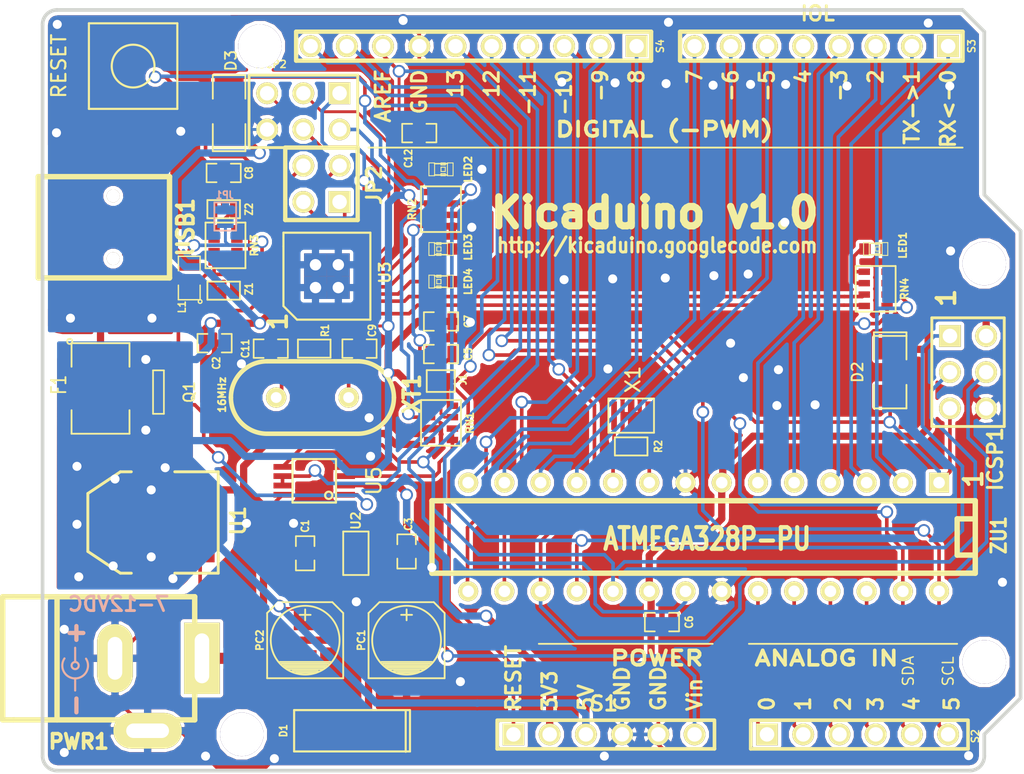
<source format=kicad_pcb>
(kicad_pcb (version 3) (host pcbnew "(2013-07-07 BZR 4022)-stable")
  (title_block (title KiCADuino) (rev v1.0) (company "Gruvin & Co"))
  (layers (15 F.Cu signal) (0 B.Cu signal hide) (18 B.Paste user) (19 F.Paste user) (20 B.SilkS user) (21 F.SilkS user) (22 B.Mask user) (23 F.Mask user) (28 Edge.Cuts user))
  (net 0 "")
  (net 1 +3V3)
  (net 2 +5V)
  (net 3 /AD0)
  (net 4 /AD1)
  (net 5 /AD2)
  (net 6 /AD3)
  (net 7 /AD4/SDA)
  (net 8 /AD5/SCL)
  (net 9 /IO0)
  (net 10 /IO1)
  (net 11 /IO2)
  (net 12 /IO3)
  (net 13 /IO4)
  (net 14 /IO5)
  (net 15 /IO6)
  (net 16 /IO7)
  (net 17 /IO8)
  (net 18 /IO9)
  (net 19 /POWER/CMP)
  (net 20 /RESET)
  (net 21 /SS)
  (net 22 /USB/D+)
  (net 23 /USB/D-)
  (net 24 /USB/MISO2)
  (net 25 /USB/MOSI2)
  (net 26 /USB/RESET2)
  (net 27 /USB/RXLED)
  (net 28 /USB/SCK2)
  (net 29 /USB/TXLED)
  (net 30 AREF)
  (net 31 DTR)
  (net 32 GND)
  (net 33 N-000001)
  (net 34 N-0000011)
  (net 35 N-000002)
  (net 36 N-0000033)
  (net 37 N-0000034)
  (net 38 N-0000035)
  (net 39 N-0000037)
  (net 40 N-0000039)
  (net 41 N-000004)
  (net 42 N-0000049)
  (net 43 N-0000050)
  (net 44 N-0000053)
  (net 45 N-0000056)
  (net 46 N-0000058)
  (net 47 N-0000060)
  (net 48 N-0000061)
  (net 49 N-0000062)
  (net 50 N-0000065)
  (net 51 N-0000066)
  (net 52 N-0000072)
  (net 53 N-0000073)
  (net 54 N-0000074)
  (net 55 RXD)
  (net 56 SCK)
  (net 57 TXD)
  (net 58 USBVCC)
  (net 59 VIN)
  (module pin_array_3x2 (layer F.Cu) (at 43.688 32.512 180)
    (fp_text reference ISCP2 (at 2.286 3.302 180) (layer F.SilkS) (effects (font (size 0.508 0.508) (thickness 0.1016))))
    (fp_text value "3X2 M" hide)
    (pad 1 thru_hole rect (at -2.54 1.27 180) (size 1.524 1.524) (drill 1.016) (layers *.Cu *.Mask F.SilkS) (net 24 /USB/MISO2))
    (pad 2 thru_hole circle (at -2.54 -1.27 180) (size 1.524 1.524) (drill 1.016) (layers *.Cu *.Mask F.SilkS) (net 2 +5V))
    (pad 3 thru_hole circle (at 0 1.27 180) (size 1.524 1.524) (drill 1.016) (layers *.Cu *.Mask F.SilkS) (net 28 /USB/SCK2))
    (pad 4 thru_hole circle (at 0 -1.27 180) (size 1.524 1.524) (drill 1.016) (layers *.Cu *.Mask F.SilkS) (net 25 /USB/MOSI2))
    (pad 5 thru_hole circle (at 2.54 1.27 180) (size 1.524 1.524) (drill 1.016) (layers *.Cu *.Mask F.SilkS) (net 26 /USB/RESET2))
    (pad 6 thru_hole circle (at 2.54 -1.27 180) (size 1.524 1.524) (drill 1.016) (layers *.Cu *.Mask F.SilkS) (net 32 GND))
  )
  (module USB-B_mini (layer F.Cu) (at 30.353 40.64 270)
    (fp_text reference USB1 (at 0 -5.08 270) (layer F.SilkS) (effects (font (size 1.143 1.016) (thickness 0.254))))
    (fp_text value USB-MINI-AB hide)
    (pad "" thru_hole circle (at 2.19964 0 270) (size 0.89916 0.89916) (drill 0.89916) (layers *.Cu *.Mask F.SilkS))
    (pad "" thru_hole circle (at -2.19964 0 270) (size 0.89916 0.89916) (drill 0.89916) (layers *.Cu *.Mask F.SilkS))
    (pad 9 smd rect (at 4.39928 2.99974 270) (size 1.99898 2.49936) (layers F.Cu F.Paste F.Mask) (net 32 GND))
    (pad 8 smd rect (at -4.45008 2.99974 270) (size 1.99898 2.49936) (layers F.Cu F.Paste F.Mask) (net 32 GND))
    (pad 7 smd rect (at 4.45008 -2.49936 270) (size 1.99898 2.49936) (layers F.Cu F.Paste F.Mask) (net 32 GND))
    (pad 6 smd rect (at -4.45008 -2.49936 270) (size 1.99898 2.49936) (layers F.Cu F.Paste F.Mask) (net 32 GND))
    (pad 3 smd rect (at 0 -2.49936 270) (size 0.50038 2.30124) (layers F.Cu F.Paste F.Mask) (net 22 /USB/D+))
    (pad 2 smd rect (at -0.8001 -2.49936 270) (size 0.50038 2.30124) (layers F.Cu F.Paste F.Mask) (net 23 /USB/D-))
    (pad 1 smd rect (at -1.6002 -2.49936 270) (size 0.50038 2.30124) (layers F.Cu F.Paste F.Mask) (net 48 N-0000061))
    (pad 4 smd rect (at 0.8001 -2.49936 270) (size 0.50038 2.30124) (layers F.Cu F.Paste F.Mask))
    (pad 5 smd rect (at 1.6002 -2.49936 270) (size 0.50038 2.30124) (layers F.Cu F.Paste F.Mask) (net 54 N-0000074))
  )
  (module SWPUSH_SPST_SMD (layer F.Cu) (at 31.75 29.337)
    (fp_text reference SW1 hide)
    (fp_text value RESET (at -5.207 0 90) (layer F.SilkS))
    (pad 4 smd rect (at 3.5 2) (size 2 1.4) (layers F.Cu F.Paste F.Mask) (net 20 /RESET))
    (pad 2 smd rect (at 3.5 -2) (size 2 1.4) (layers F.Cu F.Paste F.Mask) (net 32 GND))
    (pad 1 smd rect (at -3.5 -2) (size 2 1.4) (layers F.Cu F.Paste F.Mask) (net 32 GND))
    (pad 3 smd rect (at -3.5 2) (size 2 1.4) (layers F.Cu F.Paste F.Mask) (net 20 /RESET))
  )
  (module SOT23-5 (layer F.Cu) (at 47.371 63.5 270)
    (fp_text reference U2 (at -2.286 0 270) (layer F.SilkS) (effects (font (size 0.635 0.635) (thickness 0.127))))
    (fp_text value LP2985-33DBVR hide)
    (pad 1 smd rect (at -0.9525 1.27 270) (size 0.508 0.762) (layers F.Cu F.Paste F.Mask) (net 2 +5V))
    (pad 3 smd rect (at 0.9525 1.27 270) (size 0.508 0.762) (layers F.Cu F.Paste F.Mask) (net 2 +5V))
    (pad 5 smd rect (at -0.9525 -1.27 270) (size 0.508 0.762) (layers F.Cu F.Paste F.Mask) (net 1 +3V3))
    (pad 2 smd rect (at 0 1.27 270) (size 0.508 0.762) (layers F.Cu F.Paste F.Mask) (net 32 GND))
    (pad 4 smd rect (at 0.9525 -1.27 270) (size 0.508 0.762) (layers F.Cu F.Paste F.Mask))
  )
  (module SOT223 (layer F.Cu) (at 33.147 61.341 90)
    (fp_text reference U1 (at 0.127 5.969 90) (layer F.SilkS) (effects (font (size 1.016 1.016) (thickness 0.2032))))
    (fp_text value "NCP1117 5V" hide)
    (pad 4 smd rect (at 0 -3.302 90) (size 3.6576 2.032) (layers F.Cu F.Paste F.Mask) (net 2 +5V))
    (pad 2 smd rect (at 0 3.302 90) (size 1.016 2.032) (layers F.Cu F.Paste F.Mask) (net 2 +5V))
    (pad 3 smd rect (at 2.286 3.302 90) (size 1.016 2.032) (layers F.Cu F.Paste F.Mask) (net 59 VIN))
    (pad 1 smd rect (at -2.286 3.302 90) (size 1.016 2.032) (layers F.Cu F.Paste F.Mask) (net 32 GND))
  )
  (module SM1812 (layer F.Cu) (at 29.464 51.943 270)
    (fp_text reference F1 (at -0.254 2.921 270) (layer F.SilkS) (effects (font (size 1.016 0.762) (thickness 0.127))))
    (fp_text value "MF-MSMF050-2 500mA" hide)
    (pad 1 smd rect (at -2.286 0 270) (size 1.397 3.81) (layers F.Cu F.Paste F.Mask) (net 48 N-0000061))
    (pad 2 smd rect (at 2.286 0 270) (size 1.397 3.81) (layers F.Cu F.Paste F.Mask) (net 58 USBVCC))
  )
  (module SM1206D (layer F.Cu) (at 84.836 50.8 270)
    (fp_text reference D2 (at 0 2.286 270) (layer F.SilkS) (effects (font (size 0.762 0.762) (thickness 0.127))))
    (fp_text value CD1206-S01575 hide)
    (pad 2 smd rect (at -1.651 0 270) (size 1.524 2.032) (layers F.Cu F.Paste F.Mask) (net 2 +5V))
    (pad 1 smd rect (at 1.651 0 270) (size 1.524 2.032) (layers F.Cu F.Paste F.Mask) (net 20 /RESET))
  )
  (module SM1206D (layer F.Cu) (at 38.481 32.512 90)
    (fp_text reference D3 (at 3.556 0.127 90) (layer F.SilkS) (effects (font (size 0.762 0.762) (thickness 0.127))))
    (fp_text value CD1206-S01575 hide)
    (pad 2 smd rect (at -1.651 0 90) (size 1.524 2.032) (layers F.Cu F.Paste F.Mask) (net 2 +5V))
    (pad 1 smd rect (at 1.651 0 90) (size 1.524 2.032) (layers F.Cu F.Paste F.Mask) (net 26 /USB/RESET2))
  )
  (module SM0603_Capa (layer F.Cu) (at 53.34 49.53)
    (fp_text reference C5 (at 1.905 0 90) (layer F.SilkS) (effects (font (size 0.508 0.4572) (thickness 0.1143))))
    (fp_text value 100n hide)
    (pad 1 smd rect (at -0.762 0) (size 0.635 1.143) (layers F.Cu F.Paste F.Mask) (net 31 DTR))
    (pad 2 smd rect (at 0.762 0) (size 0.635 1.143) (layers F.Cu F.Paste F.Mask) (net 20 /RESET))
  )
  (module SM0603_Capa (layer F.Cu) (at 53.34 47.244)
    (fp_text reference C7 (at 1.905 0 90) (layer F.SilkS) (effects (font (size 0.508 0.4572) (thickness 0.1143))))
    (fp_text value 100n hide)
    (pad 1 smd rect (at -0.762 0) (size 0.635 1.143) (layers F.Cu F.Paste F.Mask) (net 2 +5V))
    (pad 2 smd rect (at 0.762 0) (size 0.635 1.143) (layers F.Cu F.Paste F.Mask) (net 32 GND))
  )
  (module SM0603_Capa (layer F.Cu) (at 38.1 36.83 180)
    (fp_text reference C8 (at -1.778 0 270) (layer F.SilkS) (effects (font (size 0.508 0.4572) (thickness 0.1143))))
    (fp_text value 1u hide)
    (pad 1 smd rect (at -0.762 0 180) (size 0.635 1.143) (layers F.Cu F.Paste F.Mask) (net 45 N-0000056))
    (pad 2 smd rect (at 0.762 0 180) (size 0.635 1.143) (layers F.Cu F.Paste F.Mask) (net 32 GND))
  )
  (module SM0603_Capa (layer F.Cu) (at 43.815 63.5 90)
    (fp_text reference C1 (at 1.905 0 90) (layer F.SilkS) (effects (font (size 0.508 0.4572) (thickness 0.1143))))
    (fp_text value 100n hide)
    (pad 1 smd rect (at -0.762 0 90) (size 0.635 1.143) (layers F.Cu F.Paste F.Mask) (net 2 +5V))
    (pad 2 smd rect (at 0.762 0 90) (size 0.635 1.143) (layers F.Cu F.Paste F.Mask) (net 32 GND))
  )
  (module SM0603_Capa (layer F.Cu) (at 47.625 49.149)
    (fp_text reference C9 (at 0.889 -1.27 90) (layer F.SilkS) (effects (font (size 0.508 0.4572) (thickness 0.1143))))
    (fp_text value 22p hide)
    (pad 1 smd rect (at -0.762 0) (size 0.635 1.143) (layers F.Cu F.Paste F.Mask) (net 52 N-0000072))
    (pad 2 smd rect (at 0.762 0) (size 0.635 1.143) (layers F.Cu F.Paste F.Mask) (net 32 GND))
  )
  (module SM0603_Capa (layer F.Cu) (at 50.927 63.373 270)
    (fp_text reference C3 (at -1.905 -0.127 270) (layer F.SilkS) (effects (font (size 0.508 0.4572) (thickness 0.1143))))
    (fp_text value 1u hide)
    (pad 1 smd rect (at -0.762 0 270) (size 0.635 1.143) (layers F.Cu F.Paste F.Mask) (net 1 +3V3))
    (pad 2 smd rect (at 0.762 0 270) (size 0.635 1.143) (layers F.Cu F.Paste F.Mask) (net 32 GND))
  )
  (module SM0603_Capa (layer F.Cu) (at 37.465 48.768)
    (fp_text reference C2 (at 0.127 1.397 90) (layer F.SilkS) (effects (font (size 0.508 0.4572) (thickness 0.1143))))
    (fp_text value 100n hide)
    (pad 1 smd rect (at -0.762 0) (size 0.635 1.143) (layers F.Cu F.Paste F.Mask) (net 2 +5V))
    (pad 2 smd rect (at 0.762 0) (size 0.635 1.143) (layers F.Cu F.Paste F.Mask) (net 32 GND))
  )
  (module SM0603_Capa (layer F.Cu) (at 68.834 68.326)
    (fp_text reference C6 (at 1.905 0 90) (layer F.SilkS) (effects (font (size 0.508 0.4572) (thickness 0.1143))))
    (fp_text value 100n hide)
    (pad 1 smd rect (at -0.762 0) (size 0.635 1.143) (layers F.Cu F.Paste F.Mask) (net 2 +5V))
    (pad 2 smd rect (at 0.762 0) (size 0.635 1.143) (layers F.Cu F.Paste F.Mask) (net 32 GND))
  )
  (module SM0603_Capa (layer F.Cu) (at 41.402 49.149 180)
    (fp_text reference C11 (at 1.778 0 270) (layer F.SilkS) (effects (font (size 0.508 0.4572) (thickness 0.1143))))
    (fp_text value 22p hide)
    (pad 1 smd rect (at -0.762 0 180) (size 0.635 1.143) (layers F.Cu F.Paste F.Mask) (net 53 N-0000073))
    (pad 2 smd rect (at 0.762 0 180) (size 0.635 1.143) (layers F.Cu F.Paste F.Mask) (net 32 GND))
  )
  (module SM0603 (layer F.Cu) (at 38.1 39.37 180)
    (fp_text reference Z2 (at -1.778 0 270) (layer F.SilkS) (effects (font (size 0.508 0.4572) (thickness 0.1143))))
    (fp_text value "CG0603MLC-05E 5V" hide)
    (pad 1 smd rect (at -0.762 0 180) (size 0.635 1.143) (layers F.Cu F.Paste F.Mask) (net 22 /USB/D+))
    (pad 2 smd rect (at 0.762 0 180) (size 0.635 1.143) (layers F.Cu F.Paste F.Mask) (net 32 GND))
  )
  (module SM0603 (layer F.Cu) (at 38.1 45.085 180)
    (fp_text reference Z1 (at -1.778 0.127 270) (layer F.SilkS) (effects (font (size 0.508 0.4572) (thickness 0.1143))))
    (fp_text value "CG0603MLC-05E 5V" hide)
    (pad 1 smd rect (at -0.762 0 180) (size 0.635 1.143) (layers F.Cu F.Paste F.Mask) (net 23 /USB/D-))
    (pad 2 smd rect (at 0.762 0 180) (size 0.635 1.143) (layers F.Cu F.Paste F.Mask) (net 32 GND))
  )
  (module SM0603 (layer F.Cu) (at 66.675 56.007)
    (fp_text reference R2 (at 1.905 0 90) (layer F.SilkS) (effects (font (size 0.508 0.4572) (thickness 0.1143))))
    (fp_text value 1M hide)
    (pad 1 smd rect (at -0.762 0) (size 0.635 1.143) (layers F.Cu F.Paste F.Mask) (net 41 N-000004))
    (pad 2 smd rect (at 0.762 0) (size 0.635 1.143) (layers F.Cu F.Paste F.Mask) (net 34 N-0000011))
  )
  (module PIN_ARRAY_2X2 (layer F.Cu) (at 44.958 37.592 90)
    (fp_text reference JP2 (at -0.0889 3.6957 90) (layer F.SilkS) (effects (font (size 1.016 1.016) (thickness 0.2032))))
    (fp_text value "2X2 M" hide)
    (pad 1 thru_hole rect (at -1.27 1.27 90) (size 1.524 1.524) (drill 1.016) (layers *.Cu *.Mask F.SilkS) (net 46 N-0000058))
    (pad 2 thru_hole circle (at -1.27 -1.27 90) (size 1.524 1.524) (drill 1.016) (layers *.Cu *.Mask F.SilkS) (net 44 N-0000053))
    (pad 3 thru_hole circle (at 1.27 1.27 90) (size 1.524 1.524) (drill 1.016) (layers *.Cu *.Mask F.SilkS) (net 43 N-0000050))
    (pad 4 thru_hole circle (at 1.27 -1.27 90) (size 1.524 1.524) (drill 1.016) (layers *.Cu *.Mask F.SilkS) (net 42 N-0000049))
  )
  (module LED_0603_YEL (layer F.Cu) (at 53.34 42.164 180)
    (fp_text reference LED3 (at -1.905 0.127 270) (layer F.SilkS) (effects (font (size 0.508 0.508) (thickness 0.127))))
    (fp_text value YELLOW hide)
    (pad 1 smd rect (at -0.7493 0 180) (size 0.79756 0.79756) (layers F.Cu F.Paste F.Mask) (net 47 N-0000060))
    (pad 2 smd rect (at 0.7493 0 180) (size 0.79756 0.79756) (layers F.Cu F.Paste F.Mask) (net 29 /USB/TXLED))
  )
  (module LED_0603_YEL (layer F.Cu) (at 53.34 36.576)
    (fp_text reference LED2 (at 1.905 0 90) (layer F.SilkS) (effects (font (size 0.508 0.508) (thickness 0.127))))
    (fp_text value YELLOW hide)
    (pad 1 smd rect (at -0.7493 0) (size 0.79756 0.79756) (layers F.Cu F.Paste F.Mask) (net 37 N-0000034))
    (pad 2 smd rect (at 0.7493 0) (size 0.79756 0.79756) (layers F.Cu F.Paste F.Mask) (net 32 GND))
  )
  (module LED_0603_YEL (layer F.Cu) (at 53.34 44.45 180)
    (fp_text reference LED4 (at -1.905 0 270) (layer F.SilkS) (effects (font (size 0.508 0.508) (thickness 0.127))))
    (fp_text value YELLOW hide)
    (pad 1 smd rect (at -0.7493 0 180) (size 0.79756 0.79756) (layers F.Cu F.Paste F.Mask) (net 49 N-0000062))
    (pad 2 smd rect (at 0.7493 0 180) (size 0.79756 0.79756) (layers F.Cu F.Paste F.Mask) (net 27 /USB/RXLED))
  )
  (module LED_0603_GREEN (layer F.Cu) (at 83.82 42.164)
    (fp_text reference LED1 (at 1.905 -0.254 90) (layer F.SilkS) (effects (font (size 0.508 0.508) (thickness 0.127))))
    (fp_text value GREEN hide)
    (pad 1 smd rect (at -0.7493 0) (size 0.79756 0.79756) (layers F.Cu F.Paste F.Mask) (net 39 N-0000037))
    (pad 2 smd rect (at 0.7493 0) (size 0.79756 0.79756) (layers F.Cu F.Paste F.Mask) (net 32 GND))
  )
  (module JSOLD (layer F.Cu) (at 53.34 51.435)
    (fp_text reference J1 (at 1.524 -0.127 90) (layer F.SilkS) (effects (font (size 0.508 0.4572) (thickness 0.1143))))
    (fp_text value RESET_EN hide)
    (pad 1 smd rect (at -0.475 0) (size 0.635 1.143) (layers F.Cu F.Paste F.Mask) (net 20 /RESET))
    (pad 2 smd rect (at 0.475 0) (size 0.635 1.143) (layers F.Cu F.Paste F.Mask) (net 20 /RESET))
  )
  (module HC-49V (layer F.Cu) (at 44.323 52.578)
    (fp_text reference XT1 (at 6.985 -0.254 90) (layer F.SilkS) (effects (font (size 1.143 1.016) (thickness 0.254))))
    (fp_text value 16MHz (at -6.3373 -0.1905 90) (layer F.SilkS) (effects (font (size 0.508 0.508) (thickness 0.127))))
    (pad 1 thru_hole circle (at -2.54 0) (size 1.4224 1.4224) (drill 0.762) (layers *.Cu *.Mask F.SilkS) (net 53 N-0000073))
    (pad 2 thru_hole circle (at 2.54 0) (size 1.4224 1.4224) (drill 0.762) (layers *.Cu *.Mask F.SilkS) (net 52 N-0000072))
  )
  (module DO-214AC (layer F.Cu) (at 46.99 75.946)
    (fp_text reference D1 (at -4.699 0 90) (layer F.SilkS) (effects (font (size 0.508 0.4572) (thickness 0.1143))))
    (fp_text value M7 hide)
    (pad 1 smd rect (at -2.8702 0) (size 1.778 2.54) (layers F.Cu F.Paste F.Mask) (net 40 N-0000039))
    (pad 2 smd rect (at 2.8702 0) (size 1.778 2.54) (layers F.Cu F.Paste F.Mask) (net 59 VIN))
  )
  (module DIP-28__300 (layer F.Cu) (at 71.755 62.357 180)
    (fp_text reference ZU1 (at -20.701 0.127 270) (layer F.SilkS) (effects (font (size 1.016 0.889) (thickness 0.2032))))
    (fp_text value ATMEGA328P-PU (at -0.245 -0.143 180) (layer F.SilkS) (effects (font (size 1.524 1.143) (thickness 0.3048))))
    (pad 2 thru_hole circle (at -13.97 3.81 180) (size 1.397 1.397) (drill 0.8128) (layers *.Cu *.Mask F.SilkS) (net 9 /IO0))
    (pad 3 thru_hole circle (at -11.43 3.81 180) (size 1.397 1.397) (drill 0.8128) (layers *.Cu *.Mask F.SilkS) (net 10 /IO1))
    (pad 4 thru_hole circle (at -8.89 3.81 180) (size 1.397 1.397) (drill 0.8128) (layers *.Cu *.Mask F.SilkS) (net 11 /IO2))
    (pad 5 thru_hole circle (at -6.35 3.81 180) (size 1.397 1.397) (drill 0.8128) (layers *.Cu *.Mask F.SilkS) (net 12 /IO3))
    (pad 6 thru_hole circle (at -3.81 3.81 180) (size 1.397 1.397) (drill 0.8128) (layers *.Cu *.Mask F.SilkS) (net 13 /IO4))
    (pad 7 thru_hole circle (at -1.27 3.81 180) (size 1.397 1.397) (drill 0.8128) (layers *.Cu *.Mask F.SilkS) (net 2 +5V))
    (pad 8 thru_hole circle (at 1.27 3.81 180) (size 1.397 1.397) (drill 0.8128) (layers *.Cu *.Mask F.SilkS) (net 32 GND))
    (pad 9 thru_hole circle (at 3.81 3.81 180) (size 1.397 1.397) (drill 0.8128) (layers *.Cu *.Mask F.SilkS) (net 34 N-0000011))
    (pad 10 thru_hole circle (at 6.35 3.81 180) (size 1.397 1.397) (drill 0.8128) (layers *.Cu *.Mask F.SilkS) (net 41 N-000004))
    (pad 11 thru_hole circle (at 8.89 3.81 180) (size 1.397 1.397) (drill 0.8128) (layers *.Cu *.Mask F.SilkS) (net 14 /IO5))
    (pad 12 thru_hole circle (at 11.43 3.81 180) (size 1.397 1.397) (drill 0.8128) (layers *.Cu *.Mask F.SilkS) (net 15 /IO6))
    (pad 13 thru_hole circle (at 13.97 3.81 180) (size 1.397 1.397) (drill 0.8128) (layers *.Cu *.Mask F.SilkS) (net 16 /IO7))
    (pad 14 thru_hole circle (at 16.51 3.81 180) (size 1.397 1.397) (drill 0.8128) (layers *.Cu *.Mask F.SilkS) (net 17 /IO8))
    (pad 1 thru_hole rect (at -16.51 3.81 180) (size 1.397 1.397) (drill 0.8128) (layers *.Cu *.Mask F.SilkS) (net 20 /RESET))
    (pad 15 thru_hole circle (at 16.51 -3.81 180) (size 1.397 1.397) (drill 0.8128) (layers *.Cu *.Mask F.SilkS) (net 18 /IO9))
    (pad 16 thru_hole circle (at 13.97 -3.81 180) (size 1.397 1.397) (drill 0.8128) (layers *.Cu *.Mask F.SilkS) (net 21 /SS))
    (pad 17 thru_hole circle (at 11.43 -3.81 180) (size 1.397 1.397) (drill 0.8128) (layers *.Cu *.Mask F.SilkS) (net 33 N-000001))
    (pad 18 thru_hole circle (at 8.89 -3.81 180) (size 1.397 1.397) (drill 0.8128) (layers *.Cu *.Mask F.SilkS) (net 35 N-000002))
    (pad 19 thru_hole circle (at 6.35 -3.81 180) (size 1.397 1.397) (drill 0.8128) (layers *.Cu *.Mask F.SilkS) (net 56 SCK))
    (pad 20 thru_hole circle (at 3.81 -3.81 180) (size 1.397 1.397) (drill 0.8128) (layers *.Cu *.Mask F.SilkS) (net 2 +5V))
    (pad 21 thru_hole circle (at 1.27 -3.81 180) (size 1.397 1.397) (drill 0.8128) (layers *.Cu *.Mask F.SilkS) (net 30 AREF))
    (pad 22 thru_hole circle (at -1.27 -3.81 180) (size 1.397 1.397) (drill 0.8128) (layers *.Cu *.Mask F.SilkS) (net 32 GND))
    (pad 23 thru_hole circle (at -3.81 -3.81 180) (size 1.397 1.397) (drill 0.8128) (layers *.Cu *.Mask F.SilkS) (net 3 /AD0))
    (pad 24 thru_hole circle (at -6.35 -3.81 180) (size 1.397 1.397) (drill 0.8128) (layers *.Cu *.Mask F.SilkS) (net 4 /AD1))
    (pad 25 thru_hole circle (at -8.89 -3.81 180) (size 1.397 1.397) (drill 0.8128) (layers *.Cu *.Mask F.SilkS) (net 5 /AD2))
    (pad 26 thru_hole circle (at -11.43 -3.81 180) (size 1.397 1.397) (drill 0.8128) (layers *.Cu *.Mask F.SilkS) (net 6 /AD3))
    (pad 27 thru_hole circle (at -13.97 -3.81 180) (size 1.397 1.397) (drill 0.8128) (layers *.Cu *.Mask F.SilkS) (net 7 /AD4/SDA))
    (pad 28 thru_hole circle (at -16.51 -3.81 180) (size 1.397 1.397) (drill 0.8128) (layers *.Cu *.Mask F.SilkS) (net 8 /AD5/SCL))
  )
  (module CSTCE_V13C (layer F.Cu) (at 66.675 53.848)
    (fp_text reference X1 (at 0.127 -2.54 90) (layer F.SilkS))
    (fp_text value "CSTCE16M0V53 16MHz" hide)
    (pad 2 smd rect (at 0 0) (size 0.4 2) (layers F.Cu F.Paste F.Mask) (net 32 GND))
    (pad 3 smd rect (at 1.2 0) (size 0.4 2) (layers F.Cu F.Paste F.Mask) (net 34 N-0000011))
    (pad 1 smd rect (at -1.2 0) (size 0.4 2) (layers F.Cu F.Paste F.Mask) (net 41 N-000004))
  )
  (module c_elec_5x5.8 (layer F.Cu) (at 43.815 69.596 90)
    (fp_text reference PC2 (at 0 -3.175 90) (layer F.SilkS) (effects (font (size 0.50038 0.50038) (thickness 0.11938))))
    (fp_text value "47u 25V" hide)
    (pad 1 smd rect (at 2.19964 0 90) (size 2.99974 1.6002) (layers F.Cu F.Paste F.Mask) (net 2 +5V))
    (pad 2 smd rect (at -2.19964 0 90) (size 2.99974 1.6002) (layers F.Cu F.Paste F.Mask) (net 32 GND))
  )
  (module c_elec_5x5.8 (layer F.Cu) (at 50.927 69.596 90)
    (fp_text reference PC1 (at 0 -3.175 90) (layer F.SilkS) (effects (font (size 0.50038 0.50038) (thickness 0.11938))))
    (fp_text value "47u 25V" hide)
    (pad 1 smd rect (at 2.19964 0 90) (size 2.99974 1.6002) (layers F.Cu F.Paste F.Mask) (net 59 VIN))
    (pad 2 smd rect (at -2.19964 0 90) (size 2.99974 1.6002) (layers F.Cu F.Paste F.Mask) (net 32 GND))
  )
  (module SSOP8 (layer F.Cu) (at 44.45 58.42 90)
    (fp_text reference U5 (at 0 4.191 90) (layer F.SilkS) (effects (font (size 1.016 1.016) (thickness 0.1524))))
    (fp_text value LM358 hide)
    (pad 1 smd rect (at -0.9779 2.2225 90) (size 0.4064 1.27) (layers F.Cu F.Paste F.Mask) (net 36 N-0000033))
    (pad 2 smd rect (at -0.3302 2.2225 90) (size 0.4064 1.27) (layers F.Cu F.Paste F.Mask) (net 1 +3V3) (clearance 0.2032))
    (pad 3 smd rect (at 0.3302 2.2225 90) (size 0.4064 1.27) (layers F.Cu F.Paste F.Mask) (net 19 /POWER/CMP))
    (pad 4 smd rect (at 0.9779 2.2225 90) (size 0.4064 1.27) (layers F.Cu F.Paste F.Mask) (net 32 GND) (clearance 0.2032))
    (pad 5 smd rect (at 0.9779 -2.2225 90) (size 0.4064 1.27) (layers F.Cu F.Paste F.Mask) (net 56 SCK))
    (pad 6 smd rect (at 0.3302 -2.2225 90) (size 0.4064 1.27) (layers F.Cu F.Paste F.Mask) (net 38 N-0000035))
    (pad 7 smd rect (at -0.3302 -2.2225 90) (size 0.4064 1.27) (layers F.Cu F.Paste F.Mask) (net 38 N-0000035))
    (pad 8 smd rect (at -0.9779 -2.2225 90) (size 0.4064 1.27) (layers F.Cu F.Paste F.Mask) (net 2 +5V) (clearance 0.2032))
  )
  (module SM0805 (layer F.Cu) (at 35.687 44.196 90)
    (fp_text reference L1 (at -2.032 -0.508 90) (layer F.SilkS) (effects (font (size 0.50038 0.50038) (thickness 0.10922))))
    (fp_text value FERRITE hide)
    (pad 1 smd rect (at -0.9525 0 90) (size 0.889 1.397) (layers F.Cu F.Paste F.Mask) (net 32 GND))
    (pad 2 smd rect (at 0.9525 0 90) (size 0.889 1.397) (layers F.Cu F.Paste F.Mask) (net 54 N-0000074))
  )
  (module SM0603 (layer F.Cu) (at 44.45 49.149 180)
    (fp_text reference R1 (at -0.762 1.27 270) (layer F.SilkS) (effects (font (size 0.508 0.4572) (thickness 0.1143))))
    (fp_text value 1M hide)
    (pad 1 smd rect (at -0.762 0 180) (size 0.635 1.143) (layers F.Cu F.Paste F.Mask) (net 52 N-0000072))
    (pad 2 smd rect (at 0.762 0 180) (size 0.635 1.143) (layers F.Cu F.Paste F.Mask) (net 53 N-0000073))
  )
  (module SOT23GDS (layer F.Cu) (at 33.528 52.197 270)
    (fp_text reference Q1 (at 0 -2.159 270) (layer F.SilkS) (effects (font (size 0.762 0.762) (thickness 0.12954))))
    (fp_text value FDN340P hide)
    (pad S smd rect (at -0.889 -1.016 270) (size 0.9144 0.9144) (layers F.Cu F.Paste F.Mask) (net 2 +5V))
    (pad G smd rect (at 0.889 -1.016 270) (size 0.9144 0.9144) (layers F.Cu F.Paste F.Mask) (net 36 N-0000033))
    (pad D smd rect (at 0 1.016 270) (size 0.9144 0.9144) (layers F.Cu F.Paste F.Mask) (net 58 USBVCC))
  )
  (module SM0603_Capa (layer F.Cu) (at 51.816 34.036)
    (fp_text reference C12 (at -0.762 1.778 90) (layer F.SilkS) (effects (font (size 0.508 0.4572) (thickness 0.1143))))
    (fp_text value 100n hide)
    (pad 1 smd rect (at -0.762 0) (size 0.635 1.143) (layers F.Cu F.Paste F.Mask) (net 30 AREF))
    (pad 2 smd rect (at 0.762 0) (size 0.635 1.143) (layers F.Cu F.Paste F.Mask) (net 32 GND))
  )
  (module pin_array_8x1 (layer F.Cu) (at 80.01 27.94 180)
    (fp_text reference S3 (at -10.541 0 270) (layer F.SilkS) (effects (font (size 0.508 0.508) (thickness 0.1016))))
    (fp_text value IOL (at 0.254 2.286 180) (layer F.SilkS) (effects (font (size 1.016 1.016) (thickness 0.2032))))
    (pad 1 thru_hole rect (at -8.89 0 180) (size 1.524 1.524) (drill 1.016) (layers *.Cu *.Mask F.SilkS) (net 9 /IO0))
    (pad 2 thru_hole circle (at -6.35 0 180) (size 1.524 1.524) (drill 1.016) (layers *.Cu *.Mask F.SilkS) (net 10 /IO1))
    (pad 3 thru_hole circle (at -3.81 0 180) (size 1.524 1.524) (drill 1.016) (layers *.Cu *.Mask F.SilkS) (net 11 /IO2))
    (pad 4 thru_hole circle (at -1.27 0 180) (size 1.524 1.524) (drill 1.016) (layers *.Cu *.Mask F.SilkS) (net 12 /IO3))
    (pad 5 thru_hole circle (at 1.27 0 180) (size 1.524 1.524) (drill 1.016) (layers *.Cu *.Mask F.SilkS) (net 13 /IO4))
    (pad 6 thru_hole circle (at 3.81 0 180) (size 1.524 1.524) (drill 1.016) (layers *.Cu *.Mask F.SilkS) (net 14 /IO5))
    (pad 7 thru_hole circle (at 6.35 0 180) (size 1.524 1.524) (drill 1.016) (layers *.Cu *.Mask F.SilkS) (net 15 /IO6))
    (pad 8 thru_hole circle (at 8.89 0 180) (size 1.524 1.524) (drill 1.016) (layers *.Cu *.Mask F.SilkS) (net 16 /IO7))
  )
  (module pin_array_6x1 (layer F.Cu) (at 82.55 76.2)
    (fp_text reference S2 (at 8.255 0.127 90) (layer F.SilkS) (effects (font (size 0.508 0.508) (thickness 0.1016))))
    (fp_text value AD hide)
    (pad 1 thru_hole rect (at -6.35 0) (size 1.524 1.524) (drill 1.016) (layers *.Cu *.Mask F.SilkS) (net 3 /AD0))
    (pad 2 thru_hole circle (at -3.81 0) (size 1.524 1.524) (drill 1.016) (layers *.Cu *.Mask F.SilkS) (net 4 /AD1))
    (pad 3 thru_hole circle (at -1.27 0) (size 1.524 1.524) (drill 1.016) (layers *.Cu *.Mask F.SilkS) (net 5 /AD2))
    (pad 4 thru_hole circle (at 1.27 0) (size 1.524 1.524) (drill 1.016) (layers *.Cu *.Mask F.SilkS) (net 6 /AD3))
    (pad 5 thru_hole circle (at 3.81 0) (size 1.524 1.524) (drill 1.016) (layers *.Cu *.Mask F.SilkS) (net 7 /AD4/SDA))
    (pad 6 thru_hole circle (at 6.35 0) (size 1.524 1.524) (drill 1.016) (layers *.Cu *.Mask F.SilkS) (net 8 /AD5/SCL))
  )
  (module pin_array_10x1 (layer F.Cu) (at 55.626 27.94 180)
    (fp_text reference S4 (at -13.081 0 270) (layer F.SilkS) (effects (font (size 0.508 0.508) (thickness 0.1016))))
    (fp_text value IOH hide)
    (pad 1 thru_hole rect (at -11.43 0 180) (size 1.524 1.524) (drill 1.016) (layers *.Cu *.Mask F.SilkS) (net 17 /IO8))
    (pad 2 thru_hole circle (at -8.89 0 180) (size 1.524 1.524) (drill 1.016) (layers *.Cu *.Mask F.SilkS) (net 18 /IO9))
    (pad 3 thru_hole circle (at -6.35 0 180) (size 1.524 1.524) (drill 1.016) (layers *.Cu *.Mask F.SilkS) (net 21 /SS))
    (pad 4 thru_hole circle (at -3.81 0 180) (size 1.524 1.524) (drill 1.016) (layers *.Cu *.Mask F.SilkS) (net 33 N-000001))
    (pad 5 thru_hole circle (at -1.27 0 180) (size 1.524 1.524) (drill 1.016) (layers *.Cu *.Mask F.SilkS) (net 35 N-000002))
    (pad 6 thru_hole circle (at 1.27 0 180) (size 1.524 1.524) (drill 1.016) (layers *.Cu *.Mask F.SilkS) (net 56 SCK))
    (pad 7 thru_hole circle (at 3.81 0 180) (size 1.524 1.524) (drill 1.016) (layers *.Cu *.Mask F.SilkS) (net 32 GND))
    (pad 8 thru_hole circle (at 6.35 0 180) (size 1.524 1.524) (drill 1.016) (layers *.Cu *.Mask F.SilkS) (net 30 AREF))
    (pad 9 thru_hole circle (at 8.89 0 180) (size 1.524 1.524) (drill 1.016) (layers *.Cu *.Mask F.SilkS) (net 7 /AD4/SDA))
    (pad 10 thru_hole circle (at 11.43 0 180) (size 1.524 1.524) (drill 1.016) (layers *.Cu *.Mask F.SilkS) (net 8 /AD5/SCL))
  )
  (module pin_array_3x2 (layer F.Cu) (at 90.297 50.8 270)
    (fp_text reference ICSP1 (at 6.096 -1.905 270) (layer F.SilkS) (effects (font (size 1.016 1.016) (thickness 0.2032))))
    (fp_text value "3X2 M" hide)
    (pad 1 thru_hole rect (at -2.54 1.27 270) (size 1.524 1.524) (drill 1.016) (layers *.Cu *.Mask F.SilkS) (net 35 N-000002))
    (pad 2 thru_hole circle (at -2.54 -1.27 270) (size 1.524 1.524) (drill 1.016) (layers *.Cu *.Mask F.SilkS) (net 2 +5V))
    (pad 3 thru_hole circle (at 0 1.27 270) (size 1.524 1.524) (drill 1.016) (layers *.Cu *.Mask F.SilkS) (net 56 SCK))
    (pad 4 thru_hole circle (at 0 -1.27 270) (size 1.524 1.524) (drill 1.016) (layers *.Cu *.Mask F.SilkS) (net 33 N-000001))
    (pad 5 thru_hole circle (at 2.54 1.27 270) (size 1.524 1.524) (drill 1.016) (layers *.Cu *.Mask F.SilkS) (net 20 /RESET))
    (pad 6 thru_hole circle (at 2.54 -1.27 270) (size 1.524 1.524) (drill 1.016) (layers *.Cu *.Mask F.SilkS) (net 32 GND))
  )
  (module JACK_NEB21R (layer F.Cu) (at 30.48 70.866)
    (fp_text reference PWR1 (at -2.54 5.842) (layer F.SilkS) (effects (font (size 1.016 1.016) (thickness 0.254))))
    (fp_text value POWER_JACK hide)
    (pad 2 thru_hole oval (at 0 0) (size 2.5 4.8006) (drill oval 1.016 3) (layers *.Cu *.Mask F.SilkS) (net 32 GND))
    (pad 1 thru_hole rect (at 6.096 0) (size 2.5 5) (drill oval 1.016 3.5) (layers *.Cu *.Mask F.SilkS) (net 40 N-0000039))
    (pad 3 thru_hole oval (at 2.286 5.08) (size 4.8006 2.5) (drill oval 3 1.016) (layers *.Cu *.Mask F.SilkS) (net 32 GND))
  )
  (module QFN32_2x2-SINK (layer F.Cu) (at 45.339 44.069 90)
    (fp_text reference U3 (at 0.254 4.064 90) (layer F.SilkS) (effects (font (size 0.762 0.762) (thickness 0.1524))))
    (fp_text value "ATMEGA16U2-MU(R)" hide)
    (pad 31 smd rect (at -1.24968 -2.49936 90) (size 0.254 0.762) (layers F.Cu F.Paste F.Mask) (net 58 USBVCC) (clearance 0.2))
    (pad 30 smd rect (at -0.7493 -2.49936 90) (size 0.254 0.762) (layers F.Cu F.Paste F.Mask) (net 51 N-0000066) (clearance 0.2))
    (pad 29 smd rect (at -0.24892 -2.49936 90) (size 0.254 0.762) (layers F.Cu F.Paste F.Mask) (net 50 N-0000065) (clearance 0.2))
    (pad 32 smd rect (at -1.75006 -2.49936 90) (size 0.254 0.762) (layers F.Cu F.Paste F.Mask) (net 2 +5V) (clearance 0.2))
    (pad 1 smd rect (at -2.49936 -1.75006 180) (size 0.254 0.762) (layers F.Cu F.Paste F.Mask) (net 53 N-0000073) (clearance 0.2))
    (pad 2 smd rect (at -2.49936 -1.24968 180) (size 0.254 0.762) (layers F.Cu F.Paste F.Mask) (net 52 N-0000072) (clearance 0.2))
    (pad 3 smd rect (at -2.49936 -0.7493 180) (size 0.254 0.762) (layers F.Cu F.Paste F.Mask) (net 32 GND) (clearance 0.2))
    (pad 4 smd rect (at -2.49936 -0.24892 180) (size 0.254 0.762) (layers F.Cu F.Paste F.Mask) (net 2 +5V) (clearance 0.2))
    (pad 5 smd rect (at -2.49936 0.24892 180) (size 0.254 0.762) (layers F.Cu F.Paste F.Mask) (clearance 0.2))
    (pad 6 smd rect (at -2.49936 0.7493 180) (size 0.254 0.762) (layers F.Cu F.Paste F.Mask) (clearance 0.2))
    (pad 7 smd rect (at -2.49936 1.24968 180) (size 0.254 0.762) (layers F.Cu F.Paste F.Mask) (clearance 0.2))
    (pad 8 smd rect (at -2.49936 1.75006 180) (size 0.254 0.762) (layers F.Cu F.Paste F.Mask) (net 57 TXD) (clearance 0.2))
    (pad 16 smd rect (at 1.75006 2.49936 90) (size 0.254 0.762) (layers F.Cu F.Paste F.Mask) (net 25 /USB/MOSI2) (clearance 0.2))
    (pad 9 smd rect (at -1.75006 2.49936 90) (size 0.254 0.762) (layers F.Cu F.Paste F.Mask) (net 55 RXD) (clearance 0.2))
    (pad 10 smd rect (at -1.24968 2.49936 90) (size 0.254 0.762) (layers F.Cu F.Paste F.Mask) (net 27 /USB/RXLED) (clearance 0.2))
    (pad 11 smd rect (at -0.7493 2.49936 90) (size 0.254 0.762) (layers F.Cu F.Paste F.Mask) (net 29 /USB/TXLED) (clearance 0.2))
    (pad 12 smd rect (at -0.24892 2.49936 90) (size 0.254 0.762) (layers F.Cu F.Paste F.Mask) (clearance 0.2))
    (pad 13 smd rect (at 0.24892 2.49936 90) (size 0.254 0.762) (layers F.Cu F.Paste F.Mask) (net 31 DTR) (clearance 0.2))
    (pad 14 smd rect (at 0.7493 2.49936 90) (size 0.254 0.762) (layers F.Cu F.Paste F.Mask) (clearance 0.2))
    (pad 15 smd rect (at 1.24968 2.49936 90) (size 0.254 0.762) (layers F.Cu F.Paste F.Mask) (net 28 /USB/SCK2) (clearance 0.2))
    (pad 17 smd rect (at 2.49936 1.75006 180) (size 0.254 0.762) (layers F.Cu F.Paste F.Mask) (net 24 /USB/MISO2) (clearance 0.2))
    (pad 18 smd rect (at 2.49936 1.24968 180) (size 0.254 0.762) (layers F.Cu F.Paste F.Mask) (net 46 N-0000058) (clearance 0.2))
    (pad 19 smd rect (at 2.49936 0.7493 180) (size 0.254 0.762) (layers F.Cu F.Paste F.Mask) (net 43 N-0000050) (clearance 0.2))
    (pad 20 smd rect (at 2.49936 0.24892 180) (size 0.254 0.762) (layers F.Cu F.Paste F.Mask) (net 44 N-0000053) (clearance 0.2))
    (pad 21 smd rect (at 2.49936 -0.24892 180) (size 0.254 0.762) (layers F.Cu F.Paste F.Mask) (net 42 N-0000049) (clearance 0.2))
    (pad 22 smd rect (at 2.49936 -0.7493 180) (size 0.254 0.762) (layers F.Cu F.Paste F.Mask) (clearance 0.2))
    (pad 23 smd rect (at 2.49936 -1.24968 180) (size 0.254 0.762) (layers F.Cu F.Paste F.Mask) (clearance 0.2))
    (pad 24 smd rect (at 2.49936 -1.75006 180) (size 0.254 0.762) (layers F.Cu F.Paste F.Mask) (net 26 /USB/RESET2) (clearance 0.2))
    (pad 25 smd rect (at 1.75006 -2.49936 90) (size 0.254 0.762) (layers F.Cu F.Paste F.Mask) (clearance 0.2))
    (pad 26 smd rect (at 1.24968 -2.49936 90) (size 0.254 0.762) (layers F.Cu F.Paste F.Mask) (clearance 0.2))
    (pad 27 smd rect (at 0.7493 -2.49936 90) (size 0.254 0.762) (layers F.Cu F.Paste F.Mask) (net 45 N-0000056) (clearance 0.2))
    (pad 28 smd rect (at 0.24892 -2.49936 90) (size 0.254 0.762) (layers F.Cu F.Paste F.Mask) (net 54 N-0000074) (clearance 0.2))
    (pad 33 thru_hole rect (at -0.8 -0.8 90) (size 1.6 1.6) (drill 0.8) (layers *.Cu *.Mask) (net 32 GND) (clearance 0.2))
    (pad 33 thru_hole rect (at 0.8 -0.8 90) (size 1.6 1.6) (drill 0.8) (layers *.Cu *.Mask) (net 32 GND) (clearance 0.2))
    (pad 33 thru_hole rect (at -0.8 0.8 90) (size 1.6 1.6) (drill 0.8) (layers *.Cu *.Mask) (net 32 GND) (clearance 0.2))
    (pad 33 thru_hole rect (at 0.8 0.8 90) (size 1.6 1.6) (drill 0.8) (layers *.Cu *.Mask) (net 32 GND) (clearance 0.2))
  )
  (module JSOLD (layer B.Cu) (at 38.22192 39.89832 270)
    (fp_text reference JP1 (at -1.51638 0.04572 360) (layer B.SilkS) (effects (font (size 0.508 0.4572) (thickness 0.1143)) (justify mirror)))
    (fp_text value "Solder Bridge" hide)
    (pad 1 smd rect (at -0.475 0 270) (size 0.635 1.143) (layers B.Cu B.Paste B.Mask) (net 32 GND))
    (pad 2 smd rect (at 0.475 0 270) (size 0.635 1.143) (layers B.Cu B.Paste B.Mask) (net 54 N-0000074))
  )
  (module pin_array_6x1 (layer F.Cu) (at 64.77 76.2)
    (fp_text reference S1 (at 0 -2.159) (layer F.SilkS) (effects (font (size 1.016 1.016) (thickness 0.2032))))
    (fp_text value PWR hide)
    (pad 1 thru_hole rect (at -6.35 0) (size 1.524 1.524) (drill 1.016) (layers *.Cu *.Mask F.SilkS) (net 20 /RESET))
    (pad 2 thru_hole circle (at -3.81 0) (size 1.524 1.524) (drill 1.016) (layers *.Cu *.Mask F.SilkS) (net 1 +3V3))
    (pad 3 thru_hole circle (at -1.27 0) (size 1.524 1.524) (drill 1.016) (layers *.Cu *.Mask F.SilkS) (net 2 +5V))
    (pad 4 thru_hole circle (at 1.27 0) (size 1.524 1.524) (drill 1.016) (layers *.Cu *.Mask F.SilkS) (net 32 GND))
    (pad 5 thru_hole circle (at 3.81 0) (size 1.524 1.524) (drill 1.016) (layers *.Cu *.Mask F.SilkS) (net 32 GND))
    (pad 6 thru_hole circle (at 6.35 0) (size 1.524 1.524) (drill 1.016) (layers *.Cu *.Mask F.SilkS) (net 59 VIN))
  )
  (module POWER_POLARITY_REF (layer B.Cu) (at 27.686 71.374 90)
    (fp_text reference REF hide)
    (fp_text value VAL** hide)
  )
  (module HOLE_120x120mil (layer F.Cu) (at 40.64 27.94)
    (fp_text reference HOLE_130x250mil hide)
    (fp_text value VAL** hide)
    (pad 1 thru_hole circle (at 0 0) (size 3.048 3.048) (drill 3.048) (layers *.Cu *.Mask))
  )
  (module HOLE_120x120mil (layer F.Cu) (at 39.37 76.2)
    (fp_text reference HOLE_130x130mil hide)
    (fp_text value VAL** hide)
    (pad 1 thru_hole circle (at 0 0) (size 3.048 3.048) (drill 3.048) (layers *.Cu *.Mask))
  )
  (module HOLE_120x120mil (layer F.Cu) (at 91.44 71.12)
    (fp_text reference HOLE_130x130mil hide)
    (fp_text value VAL** hide)
    (pad 1 thru_hole circle (at 0 0) (size 3.048 3.048) (drill 3.048) (layers *.Cu *.Mask))
  )
  (module HOLE_120x120mil (layer F.Cu) (at 91.44 43.18)
    (fp_text reference HOLE_130x130mil hide)
    (fp_text value VAL** hide)
    (pad 1 thru_hole circle (at 0 0) (size 3.048 3.048) (drill 3.048) (layers *.Cu *.Mask))
  )
  (module RN_0603x4 (layer F.Cu) (at 53.34 54.356 90)
    (fp_text reference RN1 (at 0 2.025 90) (layer F.SilkS) (effects (font (size 0.508 0.508) (thickness 0.127))))
    (fp_text value 10K hide)
    (pad 8 smd rect (at -1.2 -0.8 90) (size 0.45 0.8) (layers F.Cu F.Paste F.Mask) (net 59 VIN) (clearance 0.2))
    (pad 5 smd rect (at 1.2 -0.8 90) (size 0.45 0.8) (layers F.Cu F.Paste F.Mask) (net 2 +5V) (clearance 0.2))
    (pad 7 smd rect (at -0.4 -0.8 90) (size 0.45 0.8) (layers F.Cu F.Paste F.Mask) (net 32 GND) (clearance 0.2))
    (pad 6 smd rect (at 0.4 -0.8 90) (size 0.45 0.8) (layers F.Cu F.Paste F.Mask) (net 26 /USB/RESET2) (clearance 0.2))
    (pad 1 smd rect (at -1.2 0.8 90) (size 0.45 0.8) (layers F.Cu F.Paste F.Mask) (net 19 /POWER/CMP) (clearance 0.2))
    (pad 4 smd rect (at 1.2 0.8 90) (size 0.45 0.8) (layers F.Cu F.Paste F.Mask) (net 20 /RESET) (clearance 0.2))
    (pad 2 smd rect (at -0.4 0.8 90) (size 0.45 0.8) (layers F.Cu F.Paste F.Mask) (net 19 /POWER/CMP) (clearance 0.2))
    (pad 3 smd rect (at 0.4 0.8 90) (size 0.45 0.8) (layers F.Cu F.Paste F.Mask) (net 2 +5V) (clearance 0.2))
  )
  (module RN_0603x4 (layer F.Cu) (at 53.34 39.37 270)
    (fp_text reference RN2 (at 0 2.025 270) (layer F.SilkS) (effects (font (size 0.508 0.508) (thickness 0.127))))
    (fp_text value 1K hide)
    (pad 8 smd rect (at -1.2 -0.8 270) (size 0.45 0.8) (layers F.Cu F.Paste F.Mask) (net 38 N-0000035) (clearance 0.2))
    (pad 5 smd rect (at 1.2 -0.8 270) (size 0.45 0.8) (layers F.Cu F.Paste F.Mask) (net 32 GND) (clearance 0.2))
    (pad 7 smd rect (at -0.4 -0.8 270) (size 0.45 0.8) (layers F.Cu F.Paste F.Mask) (net 49 N-0000062) (clearance 0.2))
    (pad 6 smd rect (at 0.4 -0.8 270) (size 0.45 0.8) (layers F.Cu F.Paste F.Mask) (net 47 N-0000060) (clearance 0.2))
    (pad 1 smd rect (at -1.2 0.8 270) (size 0.45 0.8) (layers F.Cu F.Paste F.Mask) (net 37 N-0000034) (clearance 0.2))
    (pad 4 smd rect (at 1.2 0.8 270) (size 0.45 0.8) (layers F.Cu F.Paste F.Mask) (net 31 DTR) (clearance 0.2))
    (pad 2 smd rect (at -0.4 0.8 270) (size 0.45 0.8) (layers F.Cu F.Paste F.Mask) (net 2 +5V) (clearance 0.2))
    (pad 3 smd rect (at 0.4 0.8 270) (size 0.45 0.8) (layers F.Cu F.Paste F.Mask) (net 2 +5V) (clearance 0.2))
  )
  (module RN_0603x4 (layer F.Cu) (at 38.227 41.91 90)
    (fp_text reference RN3 (at 0 2.025 90) (layer F.SilkS) (effects (font (size 0.508 0.508) (thickness 0.127))))
    (fp_text value 22R hide)
    (pad 8 smd rect (at -1.2 -0.8 90) (size 0.45 0.8) (layers F.Cu F.Paste F.Mask) (net 23 /USB/D-) (clearance 0.2))
    (pad 5 smd rect (at 1.2 -0.8 90) (size 0.45 0.8) (layers F.Cu F.Paste F.Mask) (net 22 /USB/D+) (clearance 0.2))
    (pad 7 smd rect (at -0.4 -0.8 90) (size 0.45 0.8) (layers F.Cu F.Paste F.Mask) (clearance 0.2))
    (pad 6 smd rect (at 0.4 -0.8 90) (size 0.45 0.8) (layers F.Cu F.Paste F.Mask) (clearance 0.2))
    (pad 1 smd rect (at -1.2 0.8 90) (size 0.45 0.8) (layers F.Cu F.Paste F.Mask) (net 51 N-0000066) (clearance 0.2))
    (pad 4 smd rect (at 1.2 0.8 90) (size 0.45 0.8) (layers F.Cu F.Paste F.Mask) (net 50 N-0000065) (clearance 0.2))
    (pad 2 smd rect (at -0.4 0.8 90) (size 0.45 0.8) (layers F.Cu F.Paste F.Mask) (clearance 0.2))
    (pad 3 smd rect (at 0.4 0.8 90) (size 0.45 0.8) (layers F.Cu F.Paste F.Mask) (clearance 0.2))
  )
  (module RN_0603x4 (layer F.Cu) (at 83.82 44.958 90)
    (fp_text reference RN4 (at 0 2.025 90) (layer F.SilkS) (effects (font (size 0.508 0.508) (thickness 0.127))))
    (fp_text value 1K hide)
    (pad 8 smd rect (at -1.2 -0.8 90) (size 0.45 0.8) (layers F.Cu F.Paste F.Mask) (net 57 TXD) (clearance 0.2))
    (pad 5 smd rect (at 1.2 -0.8 90) (size 0.45 0.8) (layers F.Cu F.Paste F.Mask) (net 39 N-0000037) (clearance 0.2))
    (pad 7 smd rect (at -0.4 -0.8 90) (size 0.45 0.8) (layers F.Cu F.Paste F.Mask) (net 55 RXD) (clearance 0.2))
    (pad 6 smd rect (at 0.4 -0.8 90) (size 0.45 0.8) (layers F.Cu F.Paste F.Mask) (net 39 N-0000037) (clearance 0.2))
    (pad 1 smd rect (at -1.2 0.8 90) (size 0.45 0.8) (layers F.Cu F.Paste F.Mask) (net 10 /IO1) (clearance 0.2))
    (pad 4 smd rect (at 1.2 0.8 90) (size 0.45 0.8) (layers F.Cu F.Paste F.Mask) (net 2 +5V) (clearance 0.2))
    (pad 2 smd rect (at -0.4 0.8 90) (size 0.45 0.8) (layers F.Cu F.Paste F.Mask) (net 9 /IO0) (clearance 0.2))
    (pad 3 smd rect (at 0.4 0.8 90) (size 0.45 0.8) (layers F.Cu F.Paste F.Mask) (net 2 +5V) (clearance 0.2))
  )
  (gr_text 7-12VDC (at 30.734 67.056) (layer B.SilkS) (effects (font (size 1.016 1.016) (thickness 0.2032)) (justify mirror)))
  (gr_text - (at 27.686 74.168 90) (layer B.SilkS) (effects (font (size 1.27 1.27) (thickness 0.3)) (justify mirror)))
  (gr_text + (at 27.686 69.088 90) (layer B.SilkS) (effects (font (size 1.27 1.27) (thickness 0.3)) (justify mirror)))
  (gr_text http://kicaduino.googlecode.com (at 57.15 41.91) (layer F.SilkS) (effects (font (size 1.016 0.889) (thickness 0.2032)) (justify left)))
  (gr_text "Kicaduino v1.0" (at 68.326 39.624) (layer F.SilkS) (effects (font (size 2.032 2.032) (thickness 0.508))))
  (gr_text SCL (at 88.9 72.898 90) (layer F.SilkS) (effects (font (size 0.762 0.762) (thickness 0.1016)) (justify left)))
  (gr_text SDA (at 86.106 72.898 90) (layer F.SilkS) (effects (font (size 0.762 0.762) (thickness 0.1016)) (justify left)))
  (gr_line (start 72.39 69.85) (end 60.198 69.85) (angle 90) (layer F.SilkS) (width 0.127))
  (gr_text POWER (at 71.882 70.866) (layer F.SilkS) (effects (font (size 1.016 1.27) (thickness 0.254)) (justify right)))
  (gr_line (start 74.93 69.85) (end 89.535 69.85) (angle 90) (layer F.SilkS) (width 0.127))
  (gr_text "ANALOG IN" (at 75.184 70.866) (layer F.SilkS) (effects (font (size 1.016 1.27) (thickness 0.254)) (justify left)))
  (gr_line (start 89.916 35.052) (end 48.26 35.052) (angle 90) (layer F.SilkS) (width 0.127))
  (gr_text "DIGITAL (-PWM)" (at 61.214 33.782) (layer F.SilkS) (effects (font (size 1.016 1.27) (thickness 0.254)) (justify left)))
  (gr_text RESET (at 58.42 74.676 90) (layer F.SilkS) (effects (font (size 1.016 1.016) (thickness 0.2032)) (justify left)))
  (gr_text 3V3 (at 60.96 74.676 90) (layer F.SilkS) (effects (font (size 1.016 1.016) (thickness 0.2032)) (justify left)))
  (gr_text 5V (at 63.5 74.676 90) (layer F.SilkS) (effects (font (size 1.016 1.016) (thickness 0.2032)) (justify left)))
  (gr_text GND (at 66.04 74.676 90) (layer F.SilkS) (effects (font (size 1.016 1.016) (thickness 0.2032)) (justify left)))
  (gr_text GND (at 68.58 74.676 90) (layer F.SilkS) (effects (font (size 1.016 1.016) (thickness 0.2032)) (justify left)))
  (gr_text Vin (at 71.12 74.676 90) (layer F.SilkS) (effects (font (size 1.016 1.016) (thickness 0.2032)) (justify left)))
  (gr_text 0 (at 76.2 74.676 90) (layer F.SilkS) (effects (font (size 1.016 1.016) (thickness 0.2032)) (justify left)))
  (gr_text 1 (at 78.74 74.676 90) (layer F.SilkS) (effects (font (size 1.016 1.016) (thickness 0.2032)) (justify left)))
  (gr_text 2 (at 81.534 74.676 90) (layer F.SilkS) (effects (font (size 1.016 1.016) (thickness 0.2032)) (justify left)))
  (gr_text 3 (at 83.82 74.676 90) (layer F.SilkS) (effects (font (size 1.016 1.016) (thickness 0.2032)) (justify left)))
  (gr_text 4 (at 86.36 74.676 90) (layer F.SilkS) (effects (font (size 1.016 1.016) (thickness 0.2032)) (justify left)))
  (gr_text 5 (at 89.154 74.676 90) (layer F.SilkS) (effects (font (size 1.016 1.016) (thickness 0.2032)) (justify left)))
  (gr_text RX<-0 (at 88.9 29.464 90) (layer F.SilkS) (effects (font (size 1.016 1.016) (thickness 0.2032)) (justify right)))
  (gr_text TX->1 (at 86.36 29.464 90) (layer F.SilkS) (effects (font (size 1.016 1.016) (thickness 0.2032)) (justify right)))
  (gr_text 2 (at 83.82 29.464 90) (layer F.SilkS) (effects (font (size 1.016 1.016) (thickness 0.2032)) (justify right)))
  (gr_text -3 (at 81.28 29.464 90) (layer F.SilkS) (effects (font (size 1.016 1.016) (thickness 0.2032)) (justify right)))
  (gr_text 4 (at 78.74 29.464 90) (layer F.SilkS) (effects (font (size 1.016 1.016) (thickness 0.2032)) (justify right)))
  (gr_text -5 (at 76.2 29.464 90) (layer F.SilkS) (effects (font (size 1.016 1.016) (thickness 0.2032)) (justify right)))
  (gr_text -6 (at 73.66 29.464 90) (layer F.SilkS) (effects (font (size 1.016 1.016) (thickness 0.2032)) (justify right)))
  (gr_text 7 (at 71.12 29.464 90) (layer F.SilkS) (effects (font (size 1.016 1.016) (thickness 0.2032)) (justify right)))
  (gr_text 8 (at 67.056 29.464 90) (layer F.SilkS) (effects (font (size 1.016 1.016) (thickness 0.2032)) (justify right)))
  (gr_text -9 (at 64.516 29.464 90) (layer F.SilkS) (effects (font (size 1.016 1.016) (thickness 0.2032)) (justify right)))
  (gr_text -10 (at 61.976 29.464 90) (layer F.SilkS) (effects (font (size 1.016 1.016) (thickness 0.2032)) (justify right)))
  (gr_text -11 (at 59.436 29.464 90) (layer F.SilkS) (effects (font (size 1.016 1.016) (thickness 0.2032)) (justify right)))
  (gr_text 12 (at 56.896 29.464 90) (layer F.SilkS) (effects (font (size 1.016 1.016) (thickness 0.2032)) (justify right)))
  (gr_text 13 (at 54.356 29.464 90) (layer F.SilkS) (effects (font (size 1.016 1.016) (thickness 0.2032)) (justify right)))
  (gr_text GND (at 51.816 29.464 90) (layer F.SilkS) (effects (font (size 1.016 1.016) (thickness 0.2032)) (justify right)))
  (gr_text AREF (at 49.276 29.464 90) (layer F.SilkS) (effects (font (size 1.016 1.016) (thickness 0.2032)) (justify right)))
  (gr_text 1 (at 90.678 58.293 90) (layer F.SilkS) (effects (font (size 1.27 1.27) (thickness 0.254))))
  (gr_text 1 (at 41.91 47.244 90) (layer F.SilkS) (effects (font (size 1.27 1.27) (thickness 0.254))))
  (gr_text 1 (at 88.773 45.593 90) (layer F.SilkS) (effects (font (size 1.27 1.27) (thickness 0.254))))
  (gr_arc (start 90.424 77.724) (end 91.44 77.724) (angle 90) (layer Edge.Cuts) (width 0.254))
  (gr_arc (start 26.416 77.724) (end 26.416 78.74) (angle 90) (layer Edge.Cuts) (width 0.254))
  (gr_arc (start 26.416 26.416) (end 25.4 26.416) (angle 90) (layer Edge.Cuts) (width 0.254))
  (gr_line (start 25.4 77.724) (end 25.4 26.416) (angle 90) (layer Edge.Cuts) (width 0.254))
  (gr_line (start 91.44 26.924) (end 89.916 25.4) (angle 90) (layer Edge.Cuts) (width 0.254))
  (gr_line (start 91.44 38.354) (end 91.44 26.924) (angle 90) (layer Edge.Cuts) (width 0.254))
  (gr_line (start 93.98 40.894) (end 91.44 38.354) (angle 90) (layer Edge.Cuts) (width 0.254))
  (gr_line (start 93.98 73.66) (end 93.98 40.894) (angle 90) (layer Edge.Cuts) (width 0.254))
  (gr_line (start 91.44 76.2) (end 93.98 73.66) (angle 90) (layer Edge.Cuts) (width 0.254))
  (gr_line (start 91.44 77.724) (end 91.44 76.2) (angle 90) (layer Edge.Cuts) (width 0.254))
  (gr_line (start 26.416 25.4) (end 89.916 25.4) (angle 90) (layer Edge.Cuts) (width 0.254))
  (gr_line (start 26.416 78.74) (end 90.424 78.74) (angle 90) (layer Edge.Cuts) (width 0.254))
  (segment (start 46.6725 58.7502) (end 48.1 58.7502) (width 0.254) (layer F.Cu) (net 1))
  (segment (start 50.3502 58.7502) (end 50.927 59.327) (width 0.508) (layer F.Cu) (net 1))
  (segment (start 50.927 59.327) (end 50.927 59.4) (width 0.508) (layer F.Cu) (net 1))
  (segment (start 48.1 58.7502) (end 50.3502 58.7502) (width 0.508) (layer F.Cu) (net 1))
  (via (at 50.927 59.4) (size 0.889) (layers F.Cu B.Cu) (net 1))
  (segment (start 50.927 61.127) (end 50.927 59.4) (width 0.508) (layer B.Cu) (net 1))
  (segment (start 50.927 59.4) (end 50.927 62.611) (width 0.508) (layer F.Cu) (net 1))
  (segment (start 48.641 62.5475) (end 50.8635 62.5475) (width 0.508) (layer F.Cu) (net 1))
  (segment (start 50.8635 62.5475) (end 50.927 62.611) (width 0.254) (layer F.Cu) (net 1))
  (segment (start 50.927 61.127) (end 53.7 63.9) (width 0.508) (layer B.Cu) (net 1))
  (segment (start 53.7 63.9) (end 53.7 67) (width 0.508) (layer B.Cu) (net 1))
  (segment (start 60.96 76.2) (end 60.96 72.36) (width 0.508) (layer F.Cu) (net 1))
  (segment (start 56.5 67.9) (end 60.96 72.36) (width 0.508) (layer F.Cu) (net 1))
  (via (at 56.5 67.9) (size 0.889) (layers F.Cu B.Cu) (net 1))
  (segment (start 54.6 67.9) (end 56.5 67.9) (width 0.508) (layer B.Cu) (net 1))
  (segment (start 53.7 67) (end 54.6 67.9) (width 0.508) (layer B.Cu) (net 1))
  (segment (start 84.62 44.558) (end 84.62 43.758) (width 0.254) (layer F.Cu) (net 2))
  (segment (start 84.62 43.758) (end 85.02672 43.758) (width 0.254) (layer F.Cu) (net 2))
  (segment (start 85.68436 44.41564) (end 85.68436 44.28236) (width 0.2032) (layer F.Cu) (net 2))
  (segment (start 85.02672 43.758) (end 85.68436 44.41564) (width 0.254) (layer F.Cu) (net 2))
  (segment (start 51.1 38.4) (end 51.67 38.97) (width 0.254) (layer F.Cu) (net 2))
  (segment (start 51.67 38.97) (end 52.54 38.97) (width 0.254) (layer F.Cu) (net 2))
  (segment (start 52.54 39.77) (end 52.54 38.97) (width 0.254) (layer F.Cu) (net 2))
  (segment (start 50.2992 50.8508) (end 51.8994 52.451) (width 0.508) (layer F.Cu) (net 2))
  (segment (start 49.6316 50.8508) (end 50.2992 50.8508) (width 0.508) (layer F.Cu) (net 2))
  (segment (start 51.8994 52.5154) (end 52.54 53.156) (width 0.254) (layer F.Cu) (net 2))
  (segment (start 51.8994 52.451) (end 51.8994 52.5154) (width 0.254) (layer F.Cu) (net 2))
  (segment (start 54.14 53.956) (end 53.575 53.956) (width 0.2032) (layer F.Cu) (net 2))
  (segment (start 53.575 53.956) (end 53.34 53.721) (width 0.2032) (layer F.Cu) (net 2))
  (segment (start 53.34 53.721) (end 53.34 53.34) (width 0.2032) (layer F.Cu) (net 2))
  (segment (start 53.34 53.34) (end 53.156 53.156) (width 0.2032) (layer F.Cu) (net 2))
  (segment (start 53.156 53.156) (end 52.54 53.156) (width 0.2032) (layer F.Cu) (net 2))
  (segment (start 51.1 38.4) (end 51.25748 38.4) (width 0.254) (layer F.Cu) (net 2))
  (via (at 51.1 38.4) (size 0.889) (layers F.Cu B.Cu) (net 2))
  (via (at 40.629 47.371) (size 0.889) (layers F.Cu B.Cu) (net 2))
  (segment (start 38.481 34.163) (end 39.3446 34.163) (width 0.508) (layer F.Cu) (net 2))
  (segment (start 40.6146 35.433) (end 39.3446 34.163) (width 0.508) (layer F.Cu) (net 2))
  (via (at 40.6146 35.433) (size 0.889) (layers F.Cu B.Cu) (net 2))
  (segment (start 36.36772 35.433) (end 40.6146 35.433) (width 0.508) (layer B.Cu) (net 2))
  (segment (start 34.6456 37.15512) (end 36.36772 35.433) (width 0.508) (layer B.Cu) (net 2))
  (segment (start 34.6456 42.6466) (end 34.6456 37.15512) (width 0.508) (layer B.Cu) (net 2))
  (segment (start 35.4076 43.4086) (end 34.6456 42.6466) (width 0.508) (layer B.Cu) (net 2))
  (segment (start 36.6666 43.4086) (end 35.4076 43.4086) (width 0.508) (layer B.Cu) (net 2))
  (segment (start 36.6666 43.4086) (end 40.629 47.371) (width 0.508) (layer B.Cu) (net 2))
  (segment (start 45.09008 46.56836) (end 45.09008 47.288298) (width 0.2032) (layer F.Cu) (net 2))
  (segment (start 49.64176 47.5615) (end 49.657 47.5615) (width 0.2032) (layer B.Cu) (net 2))
  (via (at 49.64176 47.5615) (size 0.889) (layers F.Cu B.Cu) (net 2))
  (segment (start 45.363282 47.5615) (end 49.64176 47.5615) (width 0.2032) (layer F.Cu) (net 2))
  (segment (start 45.09008 47.288298) (end 45.363282 47.5615) (width 0.2032) (layer F.Cu) (net 2))
  (segment (start 51.7144 47.244) (end 49.6316 49.3268) (width 0.508) (layer F.Cu) (net 2))
  (segment (start 49.6316 49.3268) (end 49.6316 50.8508) (width 0.508) (layer F.Cu) (net 2))
  (segment (start 52.578 47.244) (end 51.7144 47.244) (width 0.508) (layer F.Cu) (net 2))
  (segment (start 49.6316 50.8508) (end 49.657 50.8508) (width 0.508) (layer B.Cu) (net 2))
  (via (at 49.6316 50.8508) (size 0.889) (layers F.Cu B.Cu) (net 2))
  (segment (start 85.7 44.4) (end 87.8 46.5) (width 0.508) (layer F.Cu) (net 2))
  (segment (start 87.5 49.2) (end 84.887 49.2) (width 0.508) (layer F.Cu) (net 2))
  (segment (start 84.887 49.2) (end 84.836 49.149) (width 0.508) (layer F.Cu) (net 2))
  (segment (start 73.025 58.547) (end 73.1 58.472) (width 0.508) (layer F.Cu) (net 2))
  (segment (start 91.567 46.767) (end 91.567 48.26) (width 0.508) (layer F.Cu) (net 2))
  (segment (start 87.8 46.5) (end 88.1 46.2) (width 0.508) (layer F.Cu) (net 2))
  (segment (start 88.1 46.2) (end 91 46.2) (width 0.508) (layer F.Cu) (net 2))
  (segment (start 91 46.2) (end 91.567 46.767) (width 0.508) (layer F.Cu) (net 2))
  (segment (start 87.5 46.8) (end 87.8 46.5) (width 0.508) (layer F.Cu) (net 2))
  (segment (start 87.5 49.2) (end 87.5 46.8) (width 0.508) (layer F.Cu) (net 2))
  (segment (start 87.5 54.7) (end 87.5 49.2) (width 0.508) (layer F.Cu) (net 2))
  (segment (start 86.9064 55.2936) (end 87.5 54.7) (width 0.508) (layer F.Cu) (net 2))
  (segment (start 75.2064 55.2936) (end 86.9064 55.2936) (width 0.508) (layer F.Cu) (net 2))
  (segment (start 73.1 57.4) (end 75.2064 55.2936) (width 0.508) (layer F.Cu) (net 2))
  (segment (start 73.1 58.472) (end 73.1 57.4) (width 0.508) (layer F.Cu) (net 2))
  (segment (start 34 57.5) (end 34 56.4) (width 0.508) (layer B.Cu) (net 2))
  (segment (start 34 56.4) (end 34.8 55.6) (width 0.508) (layer B.Cu) (net 2))
  (segment (start 34.8 55.6) (end 38.5 55.6) (width 0.508) (layer B.Cu) (net 2))
  (segment (start 38.5 55.6) (end 39.6 56.7) (width 0.508) (layer B.Cu) (net 2))
  (segment (start 39.6 56.7) (end 45.7 56.7) (width 0.508) (layer B.Cu) (net 2))
  (segment (start 45.7 56.7) (end 46.8 57.8) (width 0.508) (layer B.Cu) (net 2))
  (segment (start 46.8 57.8) (end 48.8 57.8) (width 0.508) (layer B.Cu) (net 2))
  (segment (start 48.8 57.8) (end 49.657 56.943) (width 0.508) (layer B.Cu) (net 2))
  (segment (start 49.657 56.943) (end 49.657 50.8508) (width 0.508) (layer B.Cu) (net 2))
  (segment (start 49.657 50.8508) (end 49.657 47.5615) (width 0.508) (layer B.Cu) (net 2))
  (segment (start 49.657 47.5615) (end 49.657 38.943) (width 0.508) (layer B.Cu) (net 2))
  (segment (start 49.657 38.943) (end 50.2 38.4) (width 0.508) (layer B.Cu) (net 2))
  (segment (start 50.2 38.4) (end 51.1 38.4) (width 0.508) (layer B.Cu) (net 2))
  (segment (start 33.02 59.1) (end 33.02 58.48) (width 0.508) (layer F.Cu) (net 2))
  (via (at 34 57.5) (size 0.889) (layers F.Cu B.Cu) (net 2))
  (segment (start 33.02 58.48) (end 34 57.5) (width 0.508) (layer F.Cu) (net 2))
  (segment (start 42.83964 45.81906) (end 42.18094 45.81906) (width 0.2032) (layer F.Cu) (net 2))
  (segment (start 40.629 47.371) (end 37.211 47.371) (width 0.508) (layer F.Cu) (net 2))
  (segment (start 42.18094 45.81906) (end 41.85 46.15) (width 0.2032) (layer F.Cu) (net 2))
  (segment (start 41.85 46.15) (end 40.629 47.371) (width 0.508) (layer F.Cu) (net 2))
  (segment (start 47.482 33.782) (end 46.228 33.782) (width 0.254) (layer B.Cu) (net 2))
  (segment (start 51.1 38.4) (end 48.5 35.8) (width 0.254) (layer B.Cu) (net 2))
  (segment (start 48.5 35.8) (end 48.5 34.8) (width 0.254) (layer B.Cu) (net 2))
  (segment (start 48.5 34.8) (end 47.482 33.782) (width 0.254) (layer B.Cu) (net 2))
  (segment (start 42 67.2) (end 33.855 59.055) (width 0.508) (layer B.Cu) (net 2))
  (segment (start 33.855 59.055) (end 33.02 59.055) (width 0.508) (layer B.Cu) (net 2))
  (segment (start 48.8 74) (end 42 67.2) (width 0.508) (layer B.Cu) (net 2))
  (segment (start 42.19636 67.39636) (end 43.815 67.39636) (width 0.254) (layer F.Cu) (net 2))
  (segment (start 42 67.2) (end 42.19636 67.39636) (width 0.254) (layer F.Cu) (net 2))
  (via (at 42 67.2) (size 0.889) (layers F.Cu B.Cu) (net 2))
  (segment (start 68.072 70.828) (end 68.072 68.326) (width 0.508) (layer F.Cu) (net 2))
  (segment (start 67.945 66.167) (end 67.945 63.655) (width 0.508) (layer F.Cu) (net 2))
  (segment (start 67.945 63.655) (end 69.2 62.4) (width 0.508) (layer F.Cu) (net 2))
  (segment (start 69.2 62.4) (end 71.7 62.4) (width 0.508) (layer F.Cu) (net 2))
  (segment (start 71.7 62.4) (end 73.025 61.075) (width 0.508) (layer F.Cu) (net 2))
  (segment (start 73.025 61.075) (end 73.025 58.547) (width 0.508) (layer F.Cu) (net 2))
  (segment (start 68.072 68.326) (end 68.072 66.294) (width 0.508) (layer F.Cu) (net 2))
  (segment (start 68.072 66.294) (end 67.945 66.167) (width 0.508) (layer F.Cu) (net 2))
  (segment (start 32.639 49.911) (end 36.195 49.911) (width 0.508) (layer B.Cu) (net 2))
  (segment (start 36.703 47.879) (end 36.703 48.768) (width 0.508) (layer F.Cu) (net 2))
  (segment (start 37.211 47.371) (end 36.703 47.879) (width 0.508) (layer F.Cu) (net 2))
  (via (at 37.211 47.371) (size 0.889) (layers F.Cu B.Cu) (net 2))
  (segment (start 37.211 48.895) (end 37.211 47.371) (width 0.508) (layer B.Cu) (net 2))
  (segment (start 36.195 49.911) (end 37.211 48.895) (width 0.508) (layer B.Cu) (net 2))
  (segment (start 43.815 64.262) (end 42.545 64.262) (width 0.254) (layer F.Cu) (net 2))
  (segment (start 41.783 59.8424) (end 42.2275 59.3979) (width 0.254) (layer F.Cu) (net 2))
  (segment (start 41.783 63.5) (end 41.783 59.8424) (width 0.254) (layer F.Cu) (net 2))
  (segment (start 42.545 64.262) (end 41.783 63.5) (width 0.254) (layer F.Cu) (net 2))
  (segment (start 44.958 64.4525) (end 44.958 62.865) (width 0.254) (layer F.Cu) (net 2))
  (segment (start 45.2755 62.5475) (end 46.101 62.5475) (width 0.254) (layer F.Cu) (net 2))
  (segment (start 44.958 62.865) (end 45.2755 62.5475) (width 0.254) (layer F.Cu) (net 2))
  (segment (start 46.101 64.4525) (end 44.958 64.4525) (width 0.254) (layer F.Cu) (net 2))
  (segment (start 44.958 64.4525) (end 44.0055 64.4525) (width 0.254) (layer F.Cu) (net 2))
  (segment (start 44.0055 64.4525) (end 43.815 64.262) (width 0.254) (layer F.Cu) (net 2))
  (segment (start 43.815 67.39636) (end 43.815 66.7385) (width 0.254) (layer F.Cu) (net 2))
  (segment (start 43.815 66.7385) (end 46.101 64.4525) (width 0.254) (layer F.Cu) (net 2))
  (segment (start 33.02 61.341) (end 33.02 59.1) (width 0.254) (layer F.Cu) (net 2))
  (segment (start 33.02 59.1) (end 33.02 59.055) (width 0.254) (layer F.Cu) (net 2))
  (segment (start 29.845 61.341) (end 33.02 61.341) (width 1.016) (layer F.Cu) (net 2))
  (segment (start 33.02 61.341) (end 36.449 61.341) (width 1.016) (layer F.Cu) (net 2))
  (segment (start 34.544 51.308) (end 34.036 51.308) (width 0.762) (layer F.Cu) (net 2))
  (via (at 32.639 49.911) (size 0.889) (layers F.Cu B.Cu) (net 2))
  (segment (start 30.988 63.754) (end 33.02 63.754) (width 0.254) (layer B.Cu) (net 2))
  (via (at 32.639 54.864) (size 0.889) (layers F.Cu B.Cu) (net 2))
  (segment (start 30.099 57.404) (end 32.639 54.864) (width 0.254) (layer B.Cu) (net 2))
  (segment (start 27.813 57.404) (end 30.099 57.404) (width 0.254) (layer B.Cu) (net 2))
  (via (at 27.813 57.404) (size 0.889) (layers F.Cu B.Cu) (net 2))
  (segment (start 27.813 61.468) (end 27.813 57.404) (width 0.254) (layer F.Cu) (net 2))
  (via (at 27.813 61.468) (size 0.889) (layers F.Cu B.Cu) (net 2))
  (segment (start 27.813 65.024) (end 27.813 61.468) (width 0.254) (layer B.Cu) (net 2))
  (segment (start 27.94 65.151) (end 27.813 65.024) (width 0.254) (layer B.Cu) (net 2))
  (via (at 27.94 65.151) (size 0.889) (layers F.Cu B.Cu) (net 2))
  (segment (start 29.591 65.151) (end 27.94 65.151) (width 0.254) (layer F.Cu) (net 2))
  (segment (start 30.353 64.389) (end 29.591 65.151) (width 0.254) (layer F.Cu) (net 2))
  (via (at 30.353 64.389) (size 0.889) (layers F.Cu B.Cu) (net 2))
  (segment (start 30.988 63.754) (end 30.353 64.389) (width 0.254) (layer B.Cu) (net 2))
  (segment (start 32.639 49.911) (end 32.639 54.864) (width 0.254) (layer B.Cu) (net 2))
  (segment (start 34.036 51.308) (end 32.639 49.911) (width 0.762) (layer F.Cu) (net 2))
  (segment (start 33.02 59.055) (end 32.258 58.293) (width 0.254) (layer F.Cu) (net 2))
  (via (at 30.48 58.293) (size 0.889) (layers F.Cu B.Cu) (net 2))
  (segment (start 32.258 58.293) (end 30.48 58.293) (width 0.254) (layer F.Cu) (net 2))
  (via (at 34.544 65.278) (size 0.889) (layers F.Cu B.Cu) (net 2))
  (segment (start 33.02 63.754) (end 34.544 65.278) (width 0.254) (layer F.Cu) (net 2))
  (via (at 33.02 63.754) (size 0.889) (layers F.Cu B.Cu) (net 2))
  (segment (start 33.02 59.055) (end 33.02 63.754) (width 0.254) (layer B.Cu) (net 2))
  (via (at 33.02 59.055) (size 0.889) (layers F.Cu B.Cu) (net 2))
  (segment (start 55.88 74) (end 48.8 74) (width 0.508) (layer B.Cu) (net 2))
  (segment (start 55.88 74) (end 55.88 74.02) (width 0.508) (layer B.Cu) (net 2))
  (segment (start 55.88 74.02) (end 55.9 74) (width 0.508) (layer B.Cu) (net 2))
  (segment (start 55.9 74) (end 62.7 74) (width 0.508) (layer B.Cu) (net 2))
  (segment (start 62.7 74) (end 63.5 74.8) (width 0.508) (layer B.Cu) (net 2))
  (segment (start 66.8 72.1) (end 68.072 70.828) (width 0.508) (layer F.Cu) (net 2))
  (segment (start 63.5 74.8) (end 63.5 76.2) (width 0.508) (layer B.Cu) (net 2))
  (segment (start 63.5 76.2) (end 63.5 73) (width 0.508) (layer F.Cu) (net 2))
  (segment (start 63.5 73) (end 64.4 72.1) (width 0.508) (layer F.Cu) (net 2))
  (segment (start 64.4 72.1) (end 66.8 72.1) (width 0.508) (layer F.Cu) (net 2))
  (segment (start 76.2 76.2) (end 75.565 75.565) (width 0.254) (layer F.Cu) (net 3))
  (segment (start 75.565 75.565) (end 75.565 66.167) (width 0.254) (layer F.Cu) (net 3))
  (segment (start 78.74 76.2) (end 78.105 75.565) (width 0.254) (layer F.Cu) (net 4))
  (segment (start 78.105 75.565) (end 78.105 66.167) (width 0.254) (layer F.Cu) (net 4))
  (segment (start 81.28 76.2) (end 80.645 75.565) (width 0.254) (layer F.Cu) (net 5))
  (segment (start 80.645 75.565) (end 80.645 66.167) (width 0.254) (layer F.Cu) (net 5))
  (segment (start 83.82 76.2) (end 83.185 75.565) (width 0.254) (layer F.Cu) (net 6))
  (segment (start 83.185 75.565) (end 83.185 66.167) (width 0.254) (layer F.Cu) (net 6))
  (segment (start 57.6 48.6) (end 68.5 48.6) (width 0.254) (layer F.Cu) (net 7))
  (segment (start 55.2 30.8) (end 58.3 33.9) (width 0.254) (layer B.Cu) (net 7))
  (segment (start 58.3 33.9) (end 58.3 47.9) (width 0.254) (layer B.Cu) (net 7))
  (segment (start 58.3 47.9) (end 57.6 48.6) (width 0.254) (layer B.Cu) (net 7))
  (segment (start 46.736 27.94) (end 47.04 27.94) (width 0.254) (layer B.Cu) (net 7))
  (segment (start 85.725 63.225) (end 85.725 66.167) (width 0.254) (layer F.Cu) (net 7))
  (segment (start 84.6 62.1) (end 85.725 63.225) (width 0.254) (layer F.Cu) (net 7))
  (segment (start 84.6 60.6) (end 84.6 62.1) (width 0.254) (layer F.Cu) (net 7))
  (via (at 84.6 60.6) (size 0.889) (layers F.Cu B.Cu) (net 7))
  (segment (start 75.6 60.6) (end 84.6 60.6) (width 0.254) (layer B.Cu) (net 7))
  (segment (start 74.3 59.3) (end 75.6 60.6) (width 0.254) (layer B.Cu) (net 7))
  (segment (start 74.3 54.4) (end 74.3 59.3) (width 0.254) (layer B.Cu) (net 7))
  (via (at 74.3 54.4) (size 0.889) (layers F.Cu B.Cu) (net 7))
  (via (at 57.6 48.6) (size 0.889) (layers F.Cu B.Cu) (net 7))
  (segment (start 47.04 27.94) (end 49.9 30.8) (width 0.254) (layer B.Cu) (net 7))
  (segment (start 49.9 30.8) (end 55.2 30.8) (width 0.254) (layer B.Cu) (net 7))
  (segment (start 68.5 48.6) (end 74.3 54.4) (width 0.254) (layer F.Cu) (net 7))
  (segment (start 86.36 76.2) (end 85.725 75.565) (width 0.254) (layer F.Cu) (net 7))
  (segment (start 85.725 75.565) (end 85.725 66.167) (width 0.254) (layer F.Cu) (net 7))
  (segment (start 56.7 49.6) (end 58.1976 49.6) (width 0.254) (layer F.Cu) (net 8))
  (segment (start 54.7 31.4) (end 57.8 34.5) (width 0.254) (layer B.Cu) (net 8))
  (segment (start 44.24 27.94) (end 45.4 29.1) (width 0.254) (layer B.Cu) (net 8))
  (segment (start 45.4 29.1) (end 47.4 29.1) (width 0.254) (layer B.Cu) (net 8))
  (segment (start 47.4 29.1) (end 49.7 31.4) (width 0.254) (layer B.Cu) (net 8))
  (segment (start 49.7 31.4) (end 54.7 31.4) (width 0.254) (layer B.Cu) (net 8))
  (via (at 56.7 49.6) (size 0.889) (layers F.Cu B.Cu) (net 8))
  (via (at 71.7 53.6) (size 0.889) (layers F.Cu B.Cu) (net 8))
  (segment (start 71.7 53.6) (end 71.7 60.5) (width 0.254) (layer B.Cu) (net 8))
  (segment (start 71.7 60.5) (end 73 61.8) (width 0.254) (layer B.Cu) (net 8))
  (segment (start 73 61.8) (end 87.1 61.8) (width 0.254) (layer B.Cu) (net 8))
  (segment (start 87.1 61.8) (end 87.2 61.9) (width 0.254) (layer B.Cu) (net 8))
  (via (at 87.2 61.9) (size 0.889) (layers F.Cu B.Cu) (net 8))
  (segment (start 87.2 61.9) (end 88.265 62.965) (width 0.254) (layer F.Cu) (net 8))
  (segment (start 88.265 66.167) (end 88.265 62.965) (width 0.254) (layer F.Cu) (net 8))
  (segment (start 44.24 27.94) (end 44.196 27.94) (width 0.254) (layer B.Cu) (net 8))
  (segment (start 56.7 48.2) (end 56.7 49.6) (width 0.254) (layer B.Cu) (net 8))
  (segment (start 57.8 47.1) (end 56.7 48.2) (width 0.254) (layer B.Cu) (net 8))
  (segment (start 57.8 34.5) (end 57.8 47.1) (width 0.254) (layer B.Cu) (net 8))
  (segment (start 71.7 52.8024) (end 71.7 53.6) (width 0.254) (layer F.Cu) (net 8))
  (segment (start 68.1736 49.276) (end 71.7 52.8024) (width 0.254) (layer F.Cu) (net 8))
  (segment (start 58.5216 49.276) (end 68.1736 49.276) (width 0.254) (layer F.Cu) (net 8))
  (segment (start 58.1976 49.6) (end 58.5216 49.276) (width 0.254) (layer F.Cu) (net 8))
  (segment (start 88.9 76.2) (end 88.265 75.565) (width 0.254) (layer F.Cu) (net 8))
  (segment (start 88.265 75.565) (end 88.265 66.167) (width 0.254) (layer F.Cu) (net 8))
  (segment (start 84.62 45.358) (end 85.4392 45.358) (width 0.254) (layer F.Cu) (net 9))
  (segment (start 85.92058 46.32706) (end 83.9 46.32706) (width 0.254) (layer B.Cu) (net 9))
  (segment (start 85.98916 46.25848) (end 85.92058 46.32706) (width 0.254) (layer B.Cu) (net 9))
  (via (at 85.98916 46.25848) (size 0.889) (layers F.Cu B.Cu) (net 9))
  (segment (start 85.98916 45.90796) (end 85.98916 46.25848) (width 0.254) (layer F.Cu) (net 9))
  (segment (start 85.4392 45.358) (end 85.98916 45.90796) (width 0.254) (layer F.Cu) (net 9))
  (segment (start 83.9 33.9) (end 88.9 28.9) (width 0.254) (layer B.Cu) (net 9))
  (segment (start 83.9 33.9) (end 83.9 46.32706) (width 0.254) (layer B.Cu) (net 9))
  (segment (start 83.9 46.32706) (end 83.9 56.722) (width 0.254) (layer B.Cu) (net 9))
  (segment (start 85.725 58.547) (end 83.9 56.722) (width 0.254) (layer B.Cu) (net 9))
  (segment (start 88.9 28.9) (end 88.9 27.94) (width 0.254) (layer B.Cu) (net 9))
  (segment (start 84.62 46.158) (end 84.62 46.7996) (width 0.254) (layer F.Cu) (net 10))
  (via (at 83.0199 47.3964) (size 0.889) (layers F.Cu B.Cu) (net 10))
  (segment (start 83.0199 47.3964) (end 82.1 47.3964) (width 0.254) (layer B.Cu) (net 10))
  (segment (start 84.0232 47.3964) (end 83.0199 47.3964) (width 0.254) (layer F.Cu) (net 10))
  (segment (start 84.62 46.7996) (end 84.0232 47.3964) (width 0.254) (layer F.Cu) (net 10))
  (segment (start 86.36 27.94) (end 86.36 30.54096) (width 0.254) (layer B.Cu) (net 10))
  (segment (start 82.1 34.80096) (end 82.1 47.3964) (width 0.254) (layer B.Cu) (net 10))
  (segment (start 86.36 30.54096) (end 82.1 34.80096) (width 0.254) (layer B.Cu) (net 10))
  (segment (start 82.1 47.3964) (end 82.1817 47.3964) (width 0.254) (layer B.Cu) (net 10))
  (segment (start 82.1817 47.3964) (end 82.1 47.3964) (width 0.254) (layer B.Cu) (net 10))
  (segment (start 82.1 57.462) (end 83.185 58.547) (width 0.254) (layer B.Cu) (net 10))
  (segment (start 82.1 47.3964) (end 82.1 57.462) (width 0.254) (layer B.Cu) (net 10))
  (segment (start 80.645 58.547) (end 81.2 57.992) (width 0.254) (layer B.Cu) (net 11))
  (segment (start 83.82 31.68396) (end 83.82 27.94) (width 0.254) (layer B.Cu) (net 11))
  (segment (start 81.2 34.30396) (end 83.82 31.68396) (width 0.254) (layer B.Cu) (net 11))
  (segment (start 81.2 57.992) (end 81.2 34.30396) (width 0.254) (layer B.Cu) (net 11))
  (segment (start 81.28 27.94) (end 81.28 28.42) (width 0.254) (layer B.Cu) (net 12))
  (segment (start 78.105 48.74488) (end 78.105 58.547) (width 0.254) (layer B.Cu) (net 12))
  (segment (start 79.8 47.04988) (end 78.105 48.74488) (width 0.254) (layer B.Cu) (net 12))
  (segment (start 79.8 29.9) (end 79.8 47.04988) (width 0.254) (layer B.Cu) (net 12))
  (segment (start 81.28 28.42) (end 79.8 29.9) (width 0.254) (layer B.Cu) (net 12))
  (segment (start 78.74 27.94) (end 78.74 46.99) (width 0.254) (layer B.Cu) (net 13))
  (segment (start 75.565 50.165) (end 75.565 58.547) (width 0.254) (layer B.Cu) (net 13))
  (segment (start 78.74 46.99) (end 75.565 50.165) (width 0.254) (layer B.Cu) (net 13))
  (segment (start 62.865 58.547) (end 62.865 57.535) (width 0.254) (layer B.Cu) (net 14))
  (segment (start 76.2 44.2) (end 76.2 27.94) (width 0.254) (layer B.Cu) (net 14))
  (segment (start 62.865 57.535) (end 76.2 44.2) (width 0.254) (layer B.Cu) (net 14))
  (segment (start 60.325 58.547) (end 60.325 57.675) (width 0.254) (layer B.Cu) (net 15))
  (segment (start 73.66 45.70764) (end 73.66 27.94) (width 0.254) (layer B.Cu) (net 15))
  (segment (start 62.66764 56.7) (end 73.66 45.70764) (width 0.254) (layer B.Cu) (net 15))
  (segment (start 61.3 56.7) (end 62.66764 56.7) (width 0.254) (layer B.Cu) (net 15))
  (segment (start 60.325 57.675) (end 61.3 56.7) (width 0.254) (layer B.Cu) (net 15))
  (segment (start 57.785 58.547) (end 57.785 57.515) (width 0.254) (layer B.Cu) (net 16))
  (segment (start 71.12 47.1118) (end 71.12 27.94) (width 0.254) (layer B.Cu) (net 16))
  (segment (start 62.4318 55.8) (end 71.12 47.1118) (width 0.254) (layer B.Cu) (net 16))
  (segment (start 59.5 55.8) (end 62.4318 55.8) (width 0.254) (layer B.Cu) (net 16))
  (segment (start 57.785 57.515) (end 59.5 55.8) (width 0.254) (layer B.Cu) (net 16))
  (segment (start 67.056 27.94) (end 67.056 49.94692) (width 0.254) (layer B.Cu) (net 17))
  (segment (start 55.245 58.555) (end 55.245 58.547) (width 0.254) (layer B.Cu) (net 17))
  (segment (start 59 54.8) (end 55.245 58.555) (width 0.254) (layer B.Cu) (net 17))
  (segment (start 62.20292 54.8) (end 59 54.8) (width 0.254) (layer B.Cu) (net 17))
  (segment (start 67.056 49.94692) (end 62.20292 54.8) (width 0.254) (layer B.Cu) (net 17))
  (segment (start 64.516 27.94) (end 64.516 28.984) (width 0.254) (layer B.Cu) (net 18))
  (via (at 56.5 55.7) (size 0.889) (layers F.Cu B.Cu) (net 18))
  (segment (start 56.5 55.7) (end 56.5 60.4) (width 0.254) (layer F.Cu) (net 18))
  (segment (start 56.5 60.4) (end 55.2 61.7) (width 0.254) (layer F.Cu) (net 18))
  (segment (start 55.2 61.7) (end 55.2 66.122) (width 0.254) (layer F.Cu) (net 18))
  (segment (start 55.2 66.122) (end 55.245 66.167) (width 0.254) (layer F.Cu) (net 18))
  (segment (start 58.2 54) (end 56.5 55.7) (width 0.254) (layer B.Cu) (net 18))
  (segment (start 60.8206 54) (end 58.2 54) (width 0.254) (layer B.Cu) (net 18))
  (segment (start 63.8 51.0206) (end 60.8206 54) (width 0.254) (layer B.Cu) (net 18))
  (segment (start 63.8 29.7) (end 63.8 51.0206) (width 0.254) (layer B.Cu) (net 18))
  (segment (start 64.516 28.984) (end 63.8 29.7) (width 0.254) (layer B.Cu) (net 18))
  (segment (start 54.14 55.556) (end 54.14 54.756) (width 0.254) (layer F.Cu) (net 19))
  (segment (start 53.213 57.785) (end 53.213 57.15) (width 0.254) (layer F.Cu) (net 19))
  (segment (start 46.6725 58.0898) (end 52.9082 58.0898) (width 0.254) (layer F.Cu) (net 19))
  (segment (start 52.9082 58.0898) (end 53.213 57.785) (width 0.254) (layer F.Cu) (net 19))
  (segment (start 54.14 56.223) (end 54.14 55.556) (width 0.254) (layer F.Cu) (net 19))
  (segment (start 53.213 57.15) (end 54.14 56.223) (width 0.254) (layer F.Cu) (net 19))
  (segment (start 54.14 53.156) (end 53.815 52.831) (width 0.254) (layer F.Cu) (net 20))
  (segment (start 53.815 52.831) (end 53.815 51.435) (width 0.254) (layer F.Cu) (net 20))
  (segment (start 55.245 52.865) (end 55.245 56.515) (width 0.254) (layer F.Cu) (net 20))
  (segment (start 53.9 66.9) (end 53.9 57.86) (width 0.254) (layer F.Cu) (net 20))
  (segment (start 53.9 57.86) (end 55.245 56.515) (width 0.254) (layer F.Cu) (net 20))
  (segment (start 53.815 51.435) (end 55.245 52.865) (width 0.254) (layer F.Cu) (net 20))
  (segment (start 58.42 71.42) (end 53.9 66.9) (width 0.254) (layer F.Cu) (net 20))
  (segment (start 58.42 71.42) (end 58.42 76.2) (width 0.254) (layer F.Cu) (net 20))
  (segment (start 53.79 51.46) (end 53.815 51.435) (width 0.254) (layer F.Cu) (net 20))
  (segment (start 88.265 58.547) (end 89.027 57.785) (width 0.254) (layer F.Cu) (net 20))
  (segment (start 89.027 57.785) (end 89.027 53.34) (width 0.254) (layer F.Cu) (net 20))
  (segment (start 84.8 54.3) (end 75.3872 54.3) (width 0.254) (layer F.Cu) (net 20))
  (segment (start 55.4 49.2) (end 55.4 50.4) (width 0.254) (layer F.Cu) (net 20))
  (segment (start 56.7952 47.8048) (end 55.4 49.2) (width 0.254) (layer F.Cu) (net 20))
  (segment (start 68.892 47.8048) (end 56.7952 47.8048) (width 0.254) (layer F.Cu) (net 20))
  (segment (start 75.3872 54.3) (end 68.892 47.8048) (width 0.254) (layer F.Cu) (net 20))
  (segment (start 88.265 58.547) (end 88.265 57.765) (width 0.254) (layer B.Cu) (net 20))
  (segment (start 84.836 54.264) (end 84.836 52.451) (width 0.254) (layer F.Cu) (net 20))
  (segment (start 84.8 54.3) (end 84.836 54.264) (width 0.254) (layer F.Cu) (net 20))
  (via (at 84.8 54.3) (size 0.889) (layers F.Cu B.Cu) (net 20))
  (segment (start 88.265 57.765) (end 84.8 54.3) (width 0.254) (layer B.Cu) (net 20))
  (segment (start 56.2 45.5) (end 56.2 48) (width 0.254) (layer B.Cu) (net 20))
  (via (at 55.4 50.4) (size 0.889) (layers F.Cu B.Cu) (net 20))
  (segment (start 55.4 48.8) (end 55.4 50.4) (width 0.254) (layer B.Cu) (net 20))
  (segment (start 56.2 48) (end 55.4 48.8) (width 0.254) (layer B.Cu) (net 20))
  (segment (start 54.365 51.435) (end 53.815 51.435) (width 0.254) (layer F.Cu) (net 20))
  (segment (start 55.4 50.4) (end 54.365 51.435) (width 0.254) (layer F.Cu) (net 20))
  (segment (start 35.25 31.337) (end 34.013 30.1) (width 0.254) (layer F.Cu) (net 20))
  (segment (start 57.3 44.4) (end 56.2 45.5) (width 0.254) (layer B.Cu) (net 20))
  (segment (start 56.2 45.5) (end 56.2 45.5) (width 0.254) (layer B.Cu) (net 20))
  (segment (start 57.3 35) (end 57.3 44.4) (width 0.254) (layer B.Cu) (net 20))
  (segment (start 54.4 32.1) (end 57.3 35) (width 0.254) (layer B.Cu) (net 20))
  (segment (start 49.5 32.1) (end 54.4 32.1) (width 0.254) (layer B.Cu) (net 20))
  (segment (start 47.454 30.054) (end 49.5 32.1) (width 0.254) (layer B.Cu) (net 20))
  (segment (start 33.346 30.054) (end 47.454 30.054) (width 0.254) (layer B.Cu) (net 20))
  (segment (start 33.3 30.1) (end 33.346 30.054) (width 0.254) (layer B.Cu) (net 20))
  (via (at 33.3 30.1) (size 0.889) (layers F.Cu B.Cu) (net 20))
  (segment (start 34.013 30.1) (end 33.3 30.1) (width 0.254) (layer F.Cu) (net 20))
  (segment (start 28.25 31.337) (end 29.613 32.7) (width 0.254) (layer F.Cu) (net 20))
  (segment (start 33.887 32.7) (end 35.25 31.337) (width 0.254) (layer F.Cu) (net 20))
  (segment (start 29.613 32.7) (end 33.887 32.7) (width 0.254) (layer F.Cu) (net 20))
  (segment (start 52.865 51.435) (end 53.815 51.435) (width 0.2032) (layer F.Cu) (net 20))
  (segment (start 54.102 49.53) (end 54.102 49.657) (width 0.254) (layer F.Cu) (net 20))
  (segment (start 52.865 50.767) (end 52.865 51.435) (width 0.254) (layer F.Cu) (net 20))
  (segment (start 53.086 50.546) (end 52.865 50.767) (width 0.254) (layer F.Cu) (net 20))
  (segment (start 53.213 50.546) (end 53.086 50.546) (width 0.254) (layer F.Cu) (net 20))
  (segment (start 54.102 49.657) (end 53.213 50.546) (width 0.254) (layer F.Cu) (net 20))
  (segment (start 62.9 28.864) (end 62.9 50.73236) (width 0.254) (layer B.Cu) (net 21))
  (via (at 59 52.9) (size 0.889) (layers F.Cu B.Cu) (net 21))
  (segment (start 59 52.9) (end 59 60) (width 0.254) (layer F.Cu) (net 21))
  (segment (start 59 60) (end 57.785 61.215) (width 0.254) (layer F.Cu) (net 21))
  (segment (start 57.785 61.215) (end 57.785 66.167) (width 0.254) (layer F.Cu) (net 21))
  (segment (start 60.73236 52.9) (end 59 52.9) (width 0.254) (layer B.Cu) (net 21))
  (segment (start 62.9 50.73236) (end 60.73236 52.9) (width 0.254) (layer B.Cu) (net 21))
  (segment (start 61.976 27.94) (end 62.9 28.864) (width 0.254) (layer B.Cu) (net 21))
  (segment (start 62.9 28.864) (end 62.8 28.764) (width 0.254) (layer B.Cu) (net 21))
  (segment (start 37.427 40.71) (end 37.522 40.71) (width 0.254) (layer F.Cu) (net 22))
  (segment (start 37.522 40.71) (end 38.862 39.37) (width 0.254) (layer F.Cu) (net 22))
  (segment (start 32.85236 40.64) (end 37.357 40.64) (width 0.254) (layer F.Cu) (net 22))
  (segment (start 37.357 40.64) (end 37.427 40.71) (width 0.254) (layer F.Cu) (net 22))
  (segment (start 37.427 43.11) (end 37.427 43.942) (width 0.254) (layer F.Cu) (net 23))
  (segment (start 37.427 43.942) (end 37.4396 43.942) (width 0.254) (layer F.Cu) (net 23))
  (segment (start 34.925 44.196) (end 36.6268 44.196) (width 0.254) (layer F.Cu) (net 23))
  (segment (start 32.85236 39.8399) (end 31.6611 39.8399) (width 0.254) (layer F.Cu) (net 23))
  (segment (start 34.29 43.561) (end 34.925 44.196) (width 0.254) (layer F.Cu) (net 23))
  (segment (start 32.131 43.561) (end 34.29 43.561) (width 0.254) (layer F.Cu) (net 23))
  (segment (start 31.10484 42.53484) (end 32.131 43.561) (width 0.254) (layer F.Cu) (net 23))
  (segment (start 31.10484 40.39616) (end 31.10484 42.53484) (width 0.254) (layer F.Cu) (net 23))
  (segment (start 31.6611 39.8399) (end 31.10484 40.39616) (width 0.254) (layer F.Cu) (net 23))
  (segment (start 38.862 44.1452) (end 38.862 45.085) (width 0.254) (layer F.Cu) (net 23))
  (segment (start 38.6588 43.942) (end 38.862 44.1452) (width 0.254) (layer F.Cu) (net 23))
  (segment (start 36.8808 43.942) (end 37.4396 43.942) (width 0.254) (layer F.Cu) (net 23))
  (segment (start 37.4396 43.942) (end 38.6588 43.942) (width 0.254) (layer F.Cu) (net 23))
  (segment (start 36.6268 44.196) (end 36.8808 43.942) (width 0.254) (layer F.Cu) (net 23))
  (segment (start 38.862 45.085) (end 38.862 44.74464) (width 0.254) (layer F.Cu) (net 23))
  (segment (start 38.862 45.085) (end 38.862 44.704) (width 0.254) (layer F.Cu) (net 23))
  (segment (start 47.08906 41.56964) (end 47.08906 40.92194) (width 0.254) (layer F.Cu) (net 24))
  (segment (start 45.0088 32.4612) (end 46.228 31.242) (width 0.254) (layer B.Cu) (net 24))
  (segment (start 45.0088 34.6456) (end 45.0088 32.4612) (width 0.254) (layer B.Cu) (net 24))
  (segment (start 45.4152 35.052) (end 45.0088 34.6456) (width 0.254) (layer B.Cu) (net 24))
  (segment (start 47.4726 35.052) (end 45.4152 35.052) (width 0.254) (layer B.Cu) (net 24))
  (segment (start 47.9552 35.5346) (end 47.4726 35.052) (width 0.254) (layer B.Cu) (net 24))
  (segment (start 47.9552 37.3634) (end 47.9552 35.5346) (width 0.254) (layer B.Cu) (net 24))
  (via (at 47.9552 37.3634) (size 0.889) (layers F.Cu B.Cu) (net 24))
  (segment (start 47.9552 40.0558) (end 47.9552 37.3634) (width 0.254) (layer F.Cu) (net 24))
  (segment (start 47.08906 40.92194) (end 47.9552 40.0558) (width 0.254) (layer F.Cu) (net 24))
  (segment (start 47.83836 42.31894) (end 47.97806 42.31894) (width 0.254) (layer F.Cu) (net 25))
  (segment (start 44.9326 35.0266) (end 43.688 33.782) (width 0.254) (layer F.Cu) (net 25))
  (segment (start 47.4218 35.0266) (end 44.9326 35.0266) (width 0.254) (layer F.Cu) (net 25))
  (segment (start 48.9458 36.5506) (end 47.4218 35.0266) (width 0.254) (layer F.Cu) (net 25))
  (segment (start 48.9458 41.3512) (end 48.9458 36.5506) (width 0.254) (layer F.Cu) (net 25))
  (segment (start 47.97806 42.31894) (end 48.9458 41.3512) (width 0.254) (layer F.Cu) (net 25))
  (segment (start 51.054 53.721) (end 51.289 53.956) (width 0.254) (layer F.Cu) (net 26))
  (segment (start 51.289 53.956) (end 52.54 53.956) (width 0.254) (layer F.Cu) (net 26))
  (segment (start 50.5714 40.3286) (end 50.5714 44.0436) (width 0.254) (layer B.Cu) (net 26))
  (segment (start 50.5714 44.0436) (end 50.5714 49.149) (width 0.254) (layer B.Cu) (net 26))
  (segment (start 50.5714 49.149) (end 50.5714 49.2252) (width 0.254) (layer B.Cu) (net 26))
  (segment (start 50.5714 49.2252) (end 51.054 49.657) (width 0.254) (layer B.Cu) (net 26))
  (segment (start 51.054 49.657) (end 51.054 53.721) (width 0.254) (layer B.Cu) (net 26))
  (segment (start 52 38.9) (end 52 38) (width 0.254) (layer B.Cu) (net 26))
  (segment (start 52 38) (end 51.4 37.4) (width 0.254) (layer B.Cu) (net 26))
  (segment (start 51.4 37.4) (end 50.9 37.4) (width 0.254) (layer B.Cu) (net 26))
  (segment (start 50.9 37.4) (end 49.1 35.6) (width 0.254) (layer B.Cu) (net 26))
  (segment (start 49.1 35.6) (end 49.1 34.4) (width 0.254) (layer B.Cu) (net 26))
  (segment (start 49.1 34.4) (end 48 33.3) (width 0.254) (layer B.Cu) (net 26))
  (segment (start 48 33.3) (end 48.006 31.7754) (width 0.254) (layer B.Cu) (net 26))
  (via (at 48.006 31.7754) (size 0.889) (layers F.Cu B.Cu) (net 26))
  (segment (start 48.006 31.7754) (end 48.001723 30.509723) (width 0.254) (layer F.Cu) (net 26))
  (segment (start 48.001723 30.509723) (end 47.6 30.108) (width 0.254) (layer F.Cu) (net 26))
  (segment (start 47.6 30.108) (end 39.234 30.108) (width 0.254) (layer F.Cu) (net 26))
  (segment (start 38.481 30.861) (end 39.234 30.108) (width 0.254) (layer F.Cu) (net 26))
  (segment (start 52 38.9) (end 50.5714 40.3286) (width 0.254) (layer B.Cu) (net 26))
  (via (at 51.054 53.721) (size 0.889) (layers F.Cu B.Cu) (net 26))
  (segment (start 40.259 36.449) (end 40.9702 36.449) (width 0.2032) (layer F.Cu) (net 26))
  (segment (start 42.4434 32.5374) (end 41.148 31.242) (width 0.2032) (layer F.Cu) (net 26))
  (segment (start 42.4434 34.9758) (end 42.4434 32.5374) (width 0.2032) (layer F.Cu) (net 26))
  (segment (start 40.9702 36.449) (end 42.4434 34.9758) (width 0.2032) (layer F.Cu) (net 26))
  (segment (start 43.58894 41.56964) (end 42.96664 41.56964) (width 0.254) (layer F.Cu) (net 26))
  (segment (start 36.83 32.512) (end 38.481 30.861) (width 0.254) (layer F.Cu) (net 26))
  (segment (start 36.83 35.306) (end 36.83 32.512) (width 0.254) (layer F.Cu) (net 26))
  (segment (start 37.211 35.687) (end 36.83 35.306) (width 0.254) (layer F.Cu) (net 26))
  (segment (start 39.497 35.687) (end 37.211 35.687) (width 0.254) (layer F.Cu) (net 26))
  (segment (start 40.259 36.449) (end 39.497 35.687) (width 0.254) (layer F.Cu) (net 26))
  (segment (start 40.259 38.862) (end 40.259 36.449) (width 0.254) (layer F.Cu) (net 26))
  (segment (start 42.96664 41.56964) (end 40.259 38.862) (width 0.254) (layer F.Cu) (net 26))
  (segment (start 47.83836 45.31868) (end 50.33772 45.31868) (width 0.254) (layer F.Cu) (net 27))
  (segment (start 51.2064 44.45) (end 52.5907 44.45) (width 0.254) (layer F.Cu) (net 27))
  (segment (start 50.33772 45.31868) (end 51.2064 44.45) (width 0.254) (layer F.Cu) (net 27))
  (segment (start 47.83836 42.81932) (end 48.69688 42.81932) (width 0.2032) (layer F.Cu) (net 28))
  (segment (start 44.9834 32.5374) (end 43.688 31.242) (width 0.2032) (layer F.Cu) (net 28))
  (segment (start 47.4472 32.5374) (end 44.9834 32.5374) (width 0.2032) (layer F.Cu) (net 28))
  (segment (start 49.6824 34.7726) (end 47.4472 32.5374) (width 0.2032) (layer F.Cu) (net 28))
  (segment (start 49.6824 41.8338) (end 49.6824 34.7726) (width 0.2032) (layer F.Cu) (net 28))
  (segment (start 48.69688 42.81932) (end 49.6824 41.8338) (width 0.2032) (layer F.Cu) (net 28))
  (segment (start 47.83836 44.8183) (end 49.6951 44.8183) (width 0.254) (layer F.Cu) (net 29))
  (segment (start 52.3494 42.164) (end 52.5907 42.164) (width 0.254) (layer F.Cu) (net 29))
  (segment (start 49.6951 44.8183) (end 52.3494 42.164) (width 0.254) (layer F.Cu) (net 29))
  (segment (start 51.054 34.036) (end 50.4 33.382) (width 0.2032) (layer F.Cu) (net 30))
  (segment (start 50.4 33.382) (end 50.4 29.7) (width 0.2032) (layer F.Cu) (net 30))
  (segment (start 50.4 29.7) (end 55 29.7) (width 0.254) (layer B.Cu) (net 30))
  (via (at 50.4 29.7) (size 0.889) (layers F.Cu B.Cu) (net 30))
  (segment (start 70.485 66.915) (end 70.485 66.167) (width 0.254) (layer B.Cu) (net 30))
  (segment (start 69.8 67.6) (end 70.485 66.915) (width 0.254) (layer B.Cu) (net 30))
  (segment (start 64.7 67.6) (end 69.8 67.6) (width 0.254) (layer B.Cu) (net 30))
  (segment (start 64.15 67.05) (end 64.7 67.6) (width 0.254) (layer B.Cu) (net 30))
  (segment (start 64.15 65.05) (end 64.15 67.05) (width 0.254) (layer B.Cu) (net 30))
  (segment (start 63.3 64.2) (end 64.15 65.05) (width 0.254) (layer B.Cu) (net 30))
  (segment (start 55.3 64.2) (end 63.3 64.2) (width 0.254) (layer B.Cu) (net 30))
  (segment (start 52.1 61) (end 55.3 64.2) (width 0.254) (layer B.Cu) (net 30))
  (segment (start 52.1 58.6) (end 52.1 61) (width 0.254) (layer B.Cu) (net 30))
  (segment (start 51.1 57.6) (end 52.1 58.6) (width 0.254) (layer B.Cu) (net 30))
  (segment (start 51.1 56.9) (end 51.1 57.6) (width 0.254) (layer B.Cu) (net 30))
  (segment (start 58.9 49.1) (end 51.1 56.9) (width 0.254) (layer B.Cu) (net 30))
  (segment (start 58.9 33.6) (end 58.9 49.1) (width 0.254) (layer B.Cu) (net 30))
  (segment (start 55 29.7) (end 58.9 33.6) (width 0.254) (layer B.Cu) (net 30))
  (segment (start 50.4 29.7) (end 49.276 28.576) (width 0.254) (layer F.Cu) (net 30))
  (segment (start 49.276 28.576) (end 49.276 27.94) (width 0.254) (layer F.Cu) (net 30))
  (segment (start 51.3969 40.8432) (end 51.6701 40.57) (width 0.254) (layer F.Cu) (net 31))
  (segment (start 51.6701 40.57) (end 52.54 40.57) (width 0.254) (layer F.Cu) (net 31))
  (segment (start 49.60112 43.82008) (end 51.3969 42.0243) (width 0.254) (layer F.Cu) (net 31))
  (segment (start 47.83836 43.82008) (end 49.60112 43.82008) (width 0.254) (layer F.Cu) (net 31))
  (segment (start 51.3969 42.0243) (end 51.3969 40.8432) (width 0.254) (layer F.Cu) (net 31))
  (segment (start 51.3969 48.10506) (end 51.3969 40.8432) (width 0.254) (layer B.Cu) (net 31))
  (via (at 51.3969 40.8432) (size 0.889) (layers F.Cu B.Cu) (net 31))
  (via (at 51.85918 48.56734) (size 0.889) (layers F.Cu B.Cu) (net 31))
  (segment (start 51.3969 48.10506) (end 51.85918 48.56734) (width 0.254) (layer B.Cu) (net 31))
  (segment (start 51.85918 48.56734) (end 51.85918 49.29886) (width 0.254) (layer F.Cu) (net 31))
  (segment (start 52.09032 49.53) (end 52.578 49.53) (width 0.254) (layer F.Cu) (net 31))
  (segment (start 51.85918 49.29886) (end 52.09032 49.53) (width 0.254) (layer F.Cu) (net 31))
  (segment (start 51.92918 48.49734) (end 51.85918 48.56734) (width 0.254) (layer F.Cu) (net 31))
  (segment (start 54.14 40.57) (end 55.429 40.57) (width 0.254) (layer F.Cu) (net 32))
  (via (at 55.499 40.64) (size 0.889) (layers F.Cu B.Cu) (net 32))
  (segment (start 55.499 40.64) (end 56.2102 39.58844) (width 0.2032) (layer B.Cu) (net 32))
  (segment (start 56.2102 39.58844) (end 56.2102 36.576) (width 0.2032) (layer B.Cu) (net 32))
  (segment (start 55.429 40.57) (end 55.499 40.64) (width 0.254) (layer F.Cu) (net 32))
  (segment (start 49.4 54) (end 50.156 54.756) (width 0.254) (layer F.Cu) (net 32))
  (segment (start 48.3 54) (end 49.4 54) (width 0.254) (layer F.Cu) (net 32))
  (segment (start 50.156 54.756) (end 52.54 54.756) (width 0.254) (layer F.Cu) (net 32))
  (segment (start 36.83 77.724) (end 35.052 75.946) (width 0.254) (layer F.Cu) (net 32))
  (segment (start 41.07 78.486) (end 37.592 78.486) (width 0.254) (layer F.Cu) (net 32))
  (segment (start 37.592 78.486) (end 36.83 77.724) (width 0.254) (layer F.Cu) (net 32))
  (via (at 36.83 77.724) (size 0.889) (layers F.Cu B.Cu) (net 32))
  (segment (start 41.617 77.939) (end 41.07 78.486) (width 0.254) (layer F.Cu) (net 32))
  (segment (start 41.656 77.9) (end 41.617 77.939) (width 0.254) (layer F.Cu) (net 32))
  (segment (start 35.052 75.946) (end 32.766 75.946) (width 0.254) (layer F.Cu) (net 32))
  (segment (start 32.766 75.946) (end 30.48 73.66) (width 0.254) (layer F.Cu) (net 32))
  (segment (start 30.48 73.66) (end 30.48 70.866) (width 0.254) (layer F.Cu) (net 32))
  (segment (start 36.449 66.151) (end 35.29 67.31) (width 0.254) (layer F.Cu) (net 32))
  (segment (start 34.036 67.31) (end 30.48 70.866) (width 0.254) (layer F.Cu) (net 32))
  (segment (start 35.29 67.31) (end 34.036 67.31) (width 0.254) (layer F.Cu) (net 32))
  (segment (start 26.924 68.834) (end 28.956 70.866) (width 0.254) (layer F.Cu) (net 32))
  (segment (start 28.956 70.866) (end 30.48 70.866) (width 0.254) (layer F.Cu) (net 32))
  (via (at 26.924 77.47) (size 0.889) (layers F.Cu B.Cu) (net 32))
  (segment (start 26.924 77.47) (end 26.924 68.834) (width 0.2032) (layer B.Cu) (net 32))
  (via (at 26.924 68.834) (size 0.889) (layers F.Cu B.Cu) (net 32))
  (via (at 41.656 77.9) (size 0.889) (layers F.Cu B.Cu) (net 32))
  (segment (start 41.656 77.9) (end 41.656 77.978) (width 0.254) (layer B.Cu) (net 32))
  (segment (start 41.656 77.9) (end 46.5 77.9) (width 0.254) (layer F.Cu) (net 32))
  (segment (start 89.07272 42.30116) (end 89.07272 44.87672) (width 0.254) (layer F.Cu) (net 32))
  (segment (start 93.3196 51.5874) (end 91.567 53.34) (width 0.254) (layer F.Cu) (net 32))
  (via (at 89.07272 42.30116) (size 0.889) (layers F.Cu B.Cu) (net 32))
  (segment (start 93.3196 46.3296) (end 93.3196 51.5874) (width 0.254) (layer F.Cu) (net 32))
  (segment (start 92.456 45.466) (end 93.3196 46.3296) (width 0.254) (layer F.Cu) (net 32))
  (segment (start 89.662 45.466) (end 92.456 45.466) (width 0.254) (layer F.Cu) (net 32))
  (segment (start 89.07272 44.87672) (end 89.662 45.466) (width 0.254) (layer F.Cu) (net 32))
  (segment (start 84.5693 42.164) (end 88.93556 42.164) (width 0.254) (layer F.Cu) (net 32))
  (segment (start 89.01684 42.24528) (end 89.07272 42.30116) (width 0.254) (layer F.Cu) (net 32))
  (segment (start 89.01684 42.24528) (end 89.01684 30.734) (width 0.254) (layer F.Cu) (net 32))
  (via (at 89.01684 30.734) (size 0.889) (layers F.Cu B.Cu) (net 32))
  (segment (start 81.80832 30.734) (end 89.01684 30.734) (width 0.254) (layer F.Cu) (net 32))
  (segment (start 87.50808 29.22524) (end 87.50808 26.31948) (width 0.2032) (layer F.Cu) (net 32))
  (via (at 87.50808 26.31948) (size 0.889) (layers F.Cu B.Cu) (net 32))
  (segment (start 87.50808 26.31948) (end 69.34708 26.31948) (width 0.2032) (layer B.Cu) (net 32))
  (segment (start 69.34708 26.31948) (end 69.2912 26.2636) (width 0.2032) (layer B.Cu) (net 32))
  (via (at 69.2912 26.2636) (size 0.889) (layers F.Cu B.Cu) (net 32))
  (segment (start 69.2912 26.2636) (end 50.81016 26.2636) (width 0.2032) (layer F.Cu) (net 32))
  (segment (start 50.81016 26.2636) (end 50.68316 26.1366) (width 0.2032) (layer F.Cu) (net 32))
  (via (at 50.68316 26.1366) (size 0.889) (layers F.Cu B.Cu) (net 32))
  (segment (start 38.608 26.1366) (end 26.7081 26.1366) (width 0.2032) (layer B.Cu) (net 32))
  (segment (start 39.116 25.8826) (end 38.608 26.1366) (width 0.2032) (layer B.Cu) (net 32))
  (segment (start 41.91 25.8826) (end 39.116 25.8826) (width 0.2032) (layer B.Cu) (net 32))
  (segment (start 42.672 26.1366) (end 41.91 25.8826) (width 0.2032) (layer B.Cu) (net 32))
  (segment (start 50.68316 26.1366) (end 42.672 26.1366) (width 0.2032) (layer B.Cu) (net 32))
  (segment (start 26.7081 26.1366) (end 26.43124 26.41346) (width 0.2032) (layer B.Cu) (net 32))
  (via (at 26.43124 26.41346) (size 0.889) (layers F.Cu B.Cu) (net 32))
  (segment (start 89.01684 30.734) (end 87.50808 29.22524) (width 0.2032) (layer F.Cu) (net 32))
  (segment (start 88.93556 42.164) (end 89.07272 42.30116) (width 0.254) (layer F.Cu) (net 32))
  (segment (start 90.34018 77.69098) (end 90.34018 73.57618) (width 0.254) (layer F.Cu) (net 32))
  (segment (start 69.79412 78.12024) (end 89.91092 78.12024) (width 0.254) (layer F.Cu) (net 32))
  (segment (start 89.91092 78.12024) (end 90.34018 77.69098) (width 0.254) (layer F.Cu) (net 32))
  (segment (start 68.58 76.90612) (end 69.79412 78.12024) (width 0.254) (layer F.Cu) (net 32))
  (segment (start 68.58 76.2) (end 68.58 76.90612) (width 0.254) (layer F.Cu) (net 32))
  (via (at 90.34018 77.69098) (size 0.889) (layers F.Cu B.Cu) (net 32))
  (segment (start 90.63736 66.84264) (end 90.63736 65.786) (width 0.254) (layer F.Cu) (net 32))
  (segment (start 89.154 68.326) (end 90.63736 66.84264) (width 0.254) (layer F.Cu) (net 32))
  (segment (start 89.154 72.39) (end 89.154 68.326) (width 0.254) (layer F.Cu) (net 32))
  (segment (start 90.34018 73.57618) (end 89.154 72.39) (width 0.254) (layer F.Cu) (net 32))
  (segment (start 52.578 34.036) (end 54.102 34.036) (width 0.2032) (layer F.Cu) (net 32))
  (segment (start 90.63736 65.786) (end 90.89136 65.532) (width 0.2032) (layer F.Cu) (net 32))
  (segment (start 90.89136 65.532) (end 92.71 65.532) (width 0.2032) (layer F.Cu) (net 32))
  (via (at 92.71 65.532) (size 0.889) (layers F.Cu B.Cu) (net 32))
  (segment (start 64.7446 77.4954) (end 64.7954 77.5462) (width 1.016) (layer F.Cu) (net 32))
  (via (at 64.7954 77.724) (size 0.889) (layers F.Cu B.Cu) (net 32))
  (segment (start 64.7954 77.5462) (end 64.7954 77.724) (width 1.016) (layer F.Cu) (net 32))
  (segment (start 66.04 76.2) (end 68.58 76.2) (width 0.254) (layer B.Cu) (net 32))
  (segment (start 66.04 74.14) (end 66.04 76.2) (width 0.254) (layer B.Cu) (net 32))
  (segment (start 64.4 72.5) (end 66.04 74.14) (width 0.254) (layer B.Cu) (net 32))
  (segment (start 54.7 72.5) (end 64.4 72.5) (width 0.254) (layer B.Cu) (net 32))
  (segment (start 66.04 76.2) (end 64.7446 77.4954) (width 0.254) (layer F.Cu) (net 32))
  (segment (start 64.7446 77.4954) (end 64.34 77.9) (width 0.254) (layer F.Cu) (net 32))
  (segment (start 64.34 77.9) (end 46.5 77.9) (width 0.254) (layer F.Cu) (net 32))
  (segment (start 46.5 73.7) (end 46.5 77.9) (width 0.254) (layer F.Cu) (net 32))
  (segment (start 44.59564 71.79564) (end 46.5 73.7) (width 0.254) (layer F.Cu) (net 32))
  (segment (start 43.815 71.79564) (end 44.59564 71.79564) (width 0.254) (layer F.Cu) (net 32))
  (via (at 54.7 72.5) (size 0.889) (layers F.Cu B.Cu) (net 32))
  (segment (start 53.99564 71.79564) (end 54.7 72.5) (width 0.254) (layer F.Cu) (net 32))
  (segment (start 47.4 66.9) (end 53 72.5) (width 0.254) (layer B.Cu) (net 32))
  (segment (start 49.8 64.5) (end 47.4 66.9) (width 0.254) (layer B.Cu) (net 32))
  (via (at 47.4 66.9) (size 0.889) (layers F.Cu B.Cu) (net 32))
  (via (at 52.7 64.5) (size 0.889) (layers F.Cu B.Cu) (net 32))
  (segment (start 52.7 64.5) (end 49.8 64.5) (width 0.254) (layer B.Cu) (net 32))
  (segment (start 53 72.5) (end 54.7 72.5) (width 0.254) (layer B.Cu) (net 32))
  (segment (start 52.335 64.135) (end 52.7 64.5) (width 0.254) (layer F.Cu) (net 32))
  (segment (start 68.58 76.2) (end 68.58 73.42) (width 0.254) (layer F.Cu) (net 32))
  (segment (start 68.58 73.42) (end 69.596 72.404) (width 0.254) (layer F.Cu) (net 32))
  (segment (start 44.539 44.869) (end 44.539 43.269) (width 0.2032) (layer F.Cu) (net 32))
  (segment (start 44.539 43.269) (end 46.139 43.269) (width 0.2032) (layer F.Cu) (net 32))
  (segment (start 46.139 43.269) (end 46.139 44.869) (width 0.2032) (layer F.Cu) (net 32))
  (segment (start 44.5897 46.56836) (end 44.5897 44.9197) (width 0.2032) (layer F.Cu) (net 32))
  (segment (start 44.5897 44.9197) (end 44.539 44.869) (width 0.2032) (layer F.Cu) (net 32))
  (segment (start 26.4033 34.18078) (end 26.37536 34.15284) (width 0.2032) (layer F.Cu) (net 32))
  (via (at 26.37536 34.01314) (size 0.889) (layers F.Cu B.Cu) (net 32))
  (segment (start 26.37536 34.15284) (end 26.37536 34.01314) (width 0.2032) (layer F.Cu) (net 32))
  (segment (start 79.57312 53.086) (end 76.94676 53.086) (width 0.254) (layer F.Cu) (net 32))
  (segment (start 81.69656 30.62224) (end 81.80832 30.734) (width 0.254) (layer F.Cu) (net 32))
  (via (at 81.80832 30.734) (size 0.889) (layers F.Cu B.Cu) (net 32))
  (segment (start 81.80832 30.734) (end 80.4672 32.07512) (width 0.254) (layer B.Cu) (net 32))
  (segment (start 80.4672 32.07512) (end 80.4672 52.19192) (width 0.254) (layer B.Cu) (net 32))
  (segment (start 80.4672 52.19192) (end 79.57312 53.086) (width 0.254) (layer B.Cu) (net 32))
  (via (at 79.57312 53.086) (size 0.889) (layers F.Cu B.Cu) (net 32))
  (segment (start 77.50556 30.62224) (end 75.04684 30.62224) (width 0.254) (layer F.Cu) (net 32))
  (segment (start 72.47636 30.62224) (end 75.04684 30.62224) (width 0.254) (layer F.Cu) (net 32))
  (via (at 75.04684 30.62224) (size 0.889) (layers F.Cu B.Cu) (net 32))
  (segment (start 69.12356 30.56636) (end 69.23532 30.67812) (width 0.254) (layer F.Cu) (net 32))
  (segment (start 65.60312 30.56636) (end 69.12356 30.56636) (width 0.254) (layer F.Cu) (net 32))
  (via (at 69.12356 30.56636) (size 0.889) (layers F.Cu B.Cu) (net 32))
  (segment (start 61.80328 30.4546) (end 61.85916 30.51048) (width 0.254) (layer F.Cu) (net 32))
  (via (at 65.54724 30.51048) (size 0.889) (layers F.Cu B.Cu) (net 32))
  (segment (start 61.85916 30.51048) (end 65.54724 30.51048) (width 0.254) (layer F.Cu) (net 32))
  (segment (start 65.54724 30.51048) (end 65.60312 30.56636) (width 0.254) (layer F.Cu) (net 32))
  (via (at 72.42048 30.67812) (size 0.889) (layers F.Cu B.Cu) (net 32))
  (segment (start 69.23532 30.67812) (end 72.42048 30.67812) (width 0.254) (layer F.Cu) (net 32))
  (segment (start 72.42048 30.67812) (end 72.47636 30.62224) (width 0.254) (layer F.Cu) (net 32))
  (via (at 77.50556 30.62224) (size 0.889) (layers F.Cu B.Cu) (net 32))
  (segment (start 77.50556 30.62224) (end 81.69656 30.62224) (width 0.254) (layer F.Cu) (net 32))
  (segment (start 73.6473 50.28946) (end 73.6473 48.768) (width 0.254) (layer B.Cu) (net 32))
  (segment (start 74.54392 51.18608) (end 73.6473 50.28946) (width 0.254) (layer B.Cu) (net 32))
  (via (at 74.54392 51.18608) (size 0.889) (layers F.Cu B.Cu) (net 32))
  (segment (start 76.44384 51.18608) (end 74.54392 51.18608) (width 0.254) (layer F.Cu) (net 32))
  (segment (start 77.00264 50.62728) (end 76.44384 51.18608) (width 0.254) (layer F.Cu) (net 32))
  (via (at 77.00264 50.62728) (size 0.889) (layers F.Cu B.Cu) (net 32))
  (segment (start 77.00264 53.03012) (end 77.00264 50.62728) (width 0.254) (layer B.Cu) (net 32))
  (segment (start 76.89088 53.14188) (end 77.00264 53.03012) (width 0.254) (layer B.Cu) (net 32))
  (via (at 76.89088 53.14188) (size 0.889) (layers F.Cu B.Cu) (net 32))
  (segment (start 76.94676 53.086) (end 76.89088 53.14188) (width 0.254) (layer F.Cu) (net 32))
  (segment (start 51.816 27.94) (end 54.3306 30.4546) (width 0.254) (layer F.Cu) (net 32))
  (segment (start 62.0268 44.25696) (end 61.97092 44.31284) (width 0.254) (layer F.Cu) (net 32))
  (via (at 61.97092 44.31284) (size 0.889) (layers F.Cu B.Cu) (net 32))
  (segment (start 62.0268 44.25696) (end 65.3796 44.25696) (width 0.254) (layer F.Cu) (net 32))
  (segment (start 61.80328 44.1452) (end 61.97092 44.31284) (width 0.254) (layer B.Cu) (net 32))
  (segment (start 61.80328 30.4546) (end 61.80328 44.1452) (width 0.254) (layer B.Cu) (net 32))
  (via (at 61.80328 30.4546) (size 0.889) (layers F.Cu B.Cu) (net 32))
  (segment (start 54.3306 30.4546) (end 61.80328 30.4546) (width 0.254) (layer F.Cu) (net 32))
  (segment (start 69.06768 44.20108) (end 65.43548 44.20108) (width 0.254) (layer F.Cu) (net 32))
  (segment (start 65.43548 44.20108) (end 65.3796 44.25696) (width 0.254) (layer F.Cu) (net 32))
  (segment (start 72.47636 44.03344) (end 69.23532 44.03344) (width 0.254) (layer F.Cu) (net 32))
  (segment (start 72.58812 43.92168) (end 72.47636 44.03344) (width 0.254) (layer F.Cu) (net 32))
  (via (at 72.47636 44.03344) (size 0.889) (layers F.Cu B.Cu) (net 32))
  (segment (start 77.44968 40.28948) (end 77.44968 41.3512) (width 0.254) (layer F.Cu) (net 32))
  (via (at 74.8792 43.92168) (size 0.889) (layers F.Cu B.Cu) (net 32))
  (segment (start 77.44968 41.3512) (end 74.8792 43.92168) (width 0.254) (layer F.Cu) (net 32))
  (segment (start 74.8792 43.92168) (end 72.58812 43.92168) (width 0.254) (layer F.Cu) (net 32))
  (via (at 69.06768 44.20108) (size 0.889) (layers F.Cu B.Cu) (net 32))
  (segment (start 69.23532 44.03344) (end 69.06768 44.20108) (width 0.254) (layer F.Cu) (net 32))
  (via (at 65.04432 50.5714) (size 0.889) (layers F.Cu B.Cu) (net 32))
  (via (at 65.3796 44.25696) (size 0.889) (layers F.Cu B.Cu) (net 32))
  (segment (start 65.3796 44.25696) (end 65.04432 44.59224) (width 0.254) (layer B.Cu) (net 32))
  (segment (start 65.04432 44.59224) (end 65.04432 50.5714) (width 0.254) (layer B.Cu) (net 32))
  (segment (start 35.25 27.337) (end 37.2044 27.337) (width 0.254) (layer F.Cu) (net 32))
  (segment (start 51.816 27.0891) (end 51.816 27.94) (width 0.254) (layer F.Cu) (net 32))
  (segment (start 50.6095 25.8826) (end 51.816 27.0891) (width 0.254) (layer F.Cu) (net 32))
  (segment (start 38.6588 25.8826) (end 50.6095 25.8826) (width 0.254) (layer F.Cu) (net 32))
  (segment (start 37.2044 27.337) (end 38.6588 25.8826) (width 0.254) (layer F.Cu) (net 32))
  (segment (start 28.25 27.337) (end 35.25 27.337) (width 0.254) (layer F.Cu) (net 32))
  (segment (start 27.35326 36.18992) (end 26.4033 35.23996) (width 0.254) (layer F.Cu) (net 32))
  (segment (start 26.9174 27.337) (end 28.25 27.337) (width 0.254) (layer F.Cu) (net 32))
  (segment (start 26.4033 27.8511) (end 26.9174 27.337) (width 0.254) (layer F.Cu) (net 32))
  (segment (start 26.4033 35.23996) (end 26.4033 34.18078) (width 0.254) (layer F.Cu) (net 32))
  (segment (start 26.4033 34.18078) (end 26.4033 27.8511) (width 0.254) (layer F.Cu) (net 32))
  (segment (start 55.4 47.3) (end 55.4 45.21702) (width 0.2032) (layer B.Cu) (net 32))
  (via (at 56.2102 36.576) (size 0.889) (layers F.Cu B.Cu) (net 32))
  (segment (start 56.2102 36.576) (end 54.0893 36.576) (width 0.2032) (layer F.Cu) (net 32))
  (via (at 55.4 47.3) (size 0.889) (layers F.Cu B.Cu) (net 32))
  (segment (start 56.77154 37.13734) (end 56.2102 36.576) (width 0.2032) (layer B.Cu) (net 32))
  (segment (start 56.77154 43.84548) (end 56.77154 37.13734) (width 0.2032) (layer B.Cu) (net 32))
  (segment (start 55.4 45.21702) (end 56.77154 43.84548) (width 0.2032) (layer B.Cu) (net 32))
  (segment (start 41.148 33.782) (end 35.2171 33.782) (width 0.2032) (layer B.Cu) (net 32))
  (segment (start 32.85236 36.14674) (end 32.85236 36.18992) (width 0.2032) (layer F.Cu) (net 32))
  (segment (start 35.0901 33.909) (end 32.85236 36.14674) (width 0.2032) (layer F.Cu) (net 32))
  (via (at 35.0901 33.909) (size 0.889) (layers F.Cu B.Cu) (net 32))
  (segment (start 35.2171 33.782) (end 35.0901 33.909) (width 0.2032) (layer B.Cu) (net 32))
  (segment (start 33.0708 47.0154) (end 27.3558 47.0154) (width 0.2032) (layer B.Cu) (net 32))
  (segment (start 27.35326 47.01286) (end 27.35326 45.03928) (width 0.2032) (layer F.Cu) (net 32))
  (segment (start 27.3558 47.0154) (end 27.35326 47.01286) (width 0.2032) (layer F.Cu) (net 32))
  (via (at 27.3558 47.0154) (size 0.889) (layers F.Cu B.Cu) (net 32))
  (segment (start 32.85236 45.09008) (end 32.85236 46.79696) (width 0.2032) (layer F.Cu) (net 32))
  (segment (start 39.3192 50.1904) (end 39.3192 48.768) (width 0.2032) (layer F.Cu) (net 32))
  (segment (start 39.3446 50.2158) (end 39.3192 50.1904) (width 0.2032) (layer F.Cu) (net 32))
  (via (at 39.3446 50.2158) (size 0.889) (layers F.Cu B.Cu) (net 32))
  (segment (start 39.3446 47.3964) (end 39.3446 50.2158) (width 0.2032) (layer B.Cu) (net 32))
  (segment (start 38.1254 46.1772) (end 39.3446 47.3964) (width 0.2032) (layer B.Cu) (net 32))
  (segment (start 33.909 46.1772) (end 38.1254 46.1772) (width 0.2032) (layer B.Cu) (net 32))
  (segment (start 33.0708 47.0154) (end 33.909 46.1772) (width 0.2032) (layer B.Cu) (net 32))
  (via (at 33.0708 47.0154) (size 0.889) (layers F.Cu B.Cu) (net 32))
  (segment (start 32.85236 46.79696) (end 33.0708 47.0154) (width 0.2032) (layer F.Cu) (net 32))
  (segment (start 48.3 54) (end 41.0206 54) (width 0.2032) (layer F.Cu) (net 32))
  (segment (start 40.64 53.6194) (end 40.64 49.149) (width 0.2032) (layer F.Cu) (net 32))
  (segment (start 41.0206 54) (end 40.64 53.6194) (width 0.2032) (layer F.Cu) (net 32))
  (segment (start 73.6473 48.768) (end 77.44968 44.96562) (width 0.254) (layer B.Cu) (net 32))
  (segment (start 77.44968 44.96562) (end 77.44968 40.28948) (width 0.254) (layer B.Cu) (net 32))
  (via (at 77.44968 40.28948) (size 0.889) (layers F.Cu B.Cu) (net 32))
  (segment (start 84.5693 40.9829) (end 84.5693 42.164) (width 0.254) (layer F.Cu) (net 32))
  (segment (start 83.87588 40.28948) (end 84.5693 40.9829) (width 0.254) (layer F.Cu) (net 32))
  (segment (start 83.82 40.28948) (end 83.87588 40.28948) (width 0.254) (layer F.Cu) (net 32))
  (segment (start 77.44968 40.28948) (end 83.82 40.28948) (width 0.254) (layer F.Cu) (net 32))
  (segment (start 90.63736 54.26964) (end 91.567 53.34) (width 0.254) (layer F.Cu) (net 32))
  (segment (start 90.63736 65.786) (end 90.63736 54.26964) (width 0.254) (layer F.Cu) (net 32))
  (segment (start 39.7 61.4) (end 39.7 62.9) (width 0.254) (layer F.Cu) (net 32))
  (via (at 43 61.4) (size 0.889) (layers F.Cu B.Cu) (net 32))
  (segment (start 43 61.4) (end 39.7 61.4) (width 0.254) (layer B.Cu) (net 32))
  (via (at 39.7 61.4) (size 0.889) (layers F.Cu B.Cu) (net 32))
  (segment (start 39.7 62.9) (end 36.5045 66.0955) (width 0.254) (layer F.Cu) (net 32))
  (segment (start 36.5045 66.0955) (end 36.449 66.151) (width 0.254) (layer F.Cu) (net 32))
  (segment (start 70.485 58.547) (end 70.485 51.9303) (width 0.254) (layer B.Cu) (net 32))
  (segment (start 70.485 51.9303) (end 73.6473 48.768) (width 0.254) (layer B.Cu) (net 32))
  (segment (start 55.344 47.244) (end 55.4 47.3) (width 0.2032) (layer F.Cu) (net 32))
  (segment (start 55.344 47.244) (end 54.102 47.244) (width 0.2032) (layer F.Cu) (net 32))
  (segment (start 55.9513 46.7487) (end 55.4 47.3) (width 0.254) (layer F.Cu) (net 32))
  (via (at 73.6473 48.768) (size 0.889) (layers F.Cu B.Cu) (net 32))
  (segment (start 73.6473 48.768) (end 71.628 46.7487) (width 0.254) (layer F.Cu) (net 32))
  (segment (start 71.628 46.7487) (end 55.9513 46.7487) (width 0.254) (layer F.Cu) (net 32))
  (segment (start 50.927 71.79564) (end 53.99564 71.79564) (width 0.254) (layer F.Cu) (net 32))
  (segment (start 50.927 64.135) (end 52.335 64.135) (width 0.254) (layer F.Cu) (net 32))
  (segment (start 43.815 59.885) (end 43.815 60.585) (width 0.254) (layer F.Cu) (net 32))
  (segment (start 43.815 59.885) (end 45.3 58.4) (width 0.254) (layer F.Cu) (net 32))
  (segment (start 45.3 58.4) (end 45.3 57.8) (width 0.254) (layer F.Cu) (net 32))
  (segment (start 45.3 57.8) (end 45.6579 57.4421) (width 0.254) (layer F.Cu) (net 32))
  (segment (start 46.6725 57.4421) (end 45.6579 57.4421) (width 0.254) (layer F.Cu) (net 32))
  (segment (start 43.815 60.585) (end 43 61.4) (width 0.254) (layer F.Cu) (net 32))
  (segment (start 47.2 63.5) (end 47.2 62) (width 0.254) (layer F.Cu) (net 32))
  (segment (start 47.2 62) (end 46.6 61.4) (width 0.254) (layer F.Cu) (net 32))
  (segment (start 46.6 61.4) (end 43 61.4) (width 0.254) (layer F.Cu) (net 32))
  (segment (start 48.4 56.7) (end 48.4 54.1) (width 0.254) (layer B.Cu) (net 32))
  (segment (start 48.4 56.7) (end 47.6579 57.4421) (width 0.254) (layer F.Cu) (net 32))
  (segment (start 46.6725 57.4421) (end 47.6579 57.4421) (width 0.254) (layer F.Cu) (net 32))
  (via (at 48.4 56.7) (size 0.889) (layers F.Cu B.Cu) (net 32))
  (segment (start 48.387 53.913) (end 48.387 49.149) (width 0.254) (layer F.Cu) (net 32))
  (segment (start 48.3 54) (end 48.387 53.913) (width 0.254) (layer F.Cu) (net 32))
  (via (at 48.3 54) (size 0.889) (layers F.Cu B.Cu) (net 32))
  (segment (start 48.4 54.1) (end 48.3 54) (width 0.254) (layer B.Cu) (net 32))
  (segment (start 50.927 64.135) (end 50.635 64.135) (width 0.254) (layer F.Cu) (net 32))
  (segment (start 50 63.5) (end 47.2 63.5) (width 0.254) (layer F.Cu) (net 32))
  (segment (start 47.2 63.5) (end 46.101 63.5) (width 0.254) (layer F.Cu) (net 32))
  (segment (start 50.635 64.135) (end 50 63.5) (width 0.254) (layer F.Cu) (net 32))
  (segment (start 36.449 66.151) (end 36.449 63.627) (width 0.254) (layer F.Cu) (net 32))
  (segment (start 66.675 53.848) (end 66.675 52.225) (width 0.254) (layer F.Cu) (net 32))
  (segment (start 70.485 53.885) (end 70.485 58.547) (width 0.254) (layer F.Cu) (net 32))
  (segment (start 68.3 51.7) (end 70.485 53.885) (width 0.254) (layer F.Cu) (net 32))
  (segment (start 67.2 51.7) (end 68.3 51.7) (width 0.254) (layer F.Cu) (net 32))
  (segment (start 66.675 52.225) (end 67.2 51.7) (width 0.254) (layer F.Cu) (net 32))
  (segment (start 69.596 72.404) (end 69.596 68.326) (width 0.254) (layer F.Cu) (net 32))
  (segment (start 69.596 68.326) (end 70.866 68.326) (width 0.254) (layer F.Cu) (net 32))
  (segment (start 70.866 68.326) (end 73.025 66.167) (width 0.254) (layer F.Cu) (net 32))
  (segment (start 43.815 62.738) (end 43.815 62.215) (width 0.254) (layer F.Cu) (net 32))
  (segment (start 43.815 62.215) (end 43 61.4) (width 0.254) (layer F.Cu) (net 32))
  (segment (start 44.5897 46.56836) (end 44.5897 47.4345) (width 0.2032) (layer F.Cu) (net 32))
  (segment (start 44.5897 47.4345) (end 45.26788 48.11268) (width 0.2032) (layer F.Cu) (net 32))
  (segment (start 45.26788 48.11268) (end 48.21268 48.11268) (width 0.2032) (layer F.Cu) (net 32))
  (segment (start 48.21268 48.11268) (end 48.387 48.287) (width 0.2032) (layer F.Cu) (net 32))
  (segment (start 48.387 48.287) (end 48.387 49.149) (width 0.2032) (layer F.Cu) (net 32))
  (segment (start 54.0893 36.576) (end 54.0893 35.56) (width 0.254) (layer F.Cu) (net 32))
  (segment (start 54.0893 35.56) (end 54.0893 34.3027) (width 0.254) (layer F.Cu) (net 32))
  (segment (start 54.0893 34.3027) (end 54.102 34.29) (width 0.254) (layer F.Cu) (net 32))
  (segment (start 54.102 34.29) (end 54.102 34.036) (width 0.254) (layer F.Cu) (net 32))
  (segment (start 54.102 34.036) (end 54.102 32.6898) (width 0.254) (layer F.Cu) (net 32))
  (segment (start 54.102 32.6898) (end 51.816 30.4038) (width 0.254) (layer F.Cu) (net 32))
  (segment (start 51.816 30.4038) (end 51.816 27.94) (width 0.254) (layer F.Cu) (net 32))
  (segment (start 40.64 49.149) (end 40.259 48.768) (width 0.254) (layer F.Cu) (net 32))
  (segment (start 40.259 48.768) (end 39.3192 48.768) (width 0.254) (layer F.Cu) (net 32))
  (segment (start 39.3192 48.768) (end 38.227 48.768) (width 0.254) (layer F.Cu) (net 32))
  (segment (start 37.338 36.83) (end 36.69792 36.18992) (width 0.254) (layer F.Cu) (net 32))
  (segment (start 36.69792 36.18992) (end 32.85236 36.18992) (width 0.254) (layer F.Cu) (net 32))
  (segment (start 37.338 39.37) (end 37.338 36.83) (width 0.254) (layer F.Cu) (net 32))
  (segment (start 32.85236 45.09008) (end 35.62858 45.09008) (width 0.254) (layer F.Cu) (net 32))
  (segment (start 35.63366 45.085) (end 37.338 45.085) (width 0.254) (layer F.Cu) (net 32))
  (segment (start 35.62858 45.09008) (end 35.63366 45.085) (width 0.254) (layer F.Cu) (net 32))
  (segment (start 27.35326 45.03928) (end 27.35326 36.18992) (width 0.254) (layer F.Cu) (net 32))
  (segment (start 27.35326 36.18992) (end 32.85236 36.18992) (width 0.254) (layer F.Cu) (net 32))
  (segment (start 59.436 27.94) (end 59.436 29.8196) (width 0.254) (layer B.Cu) (net 33))
  (segment (start 64.1 53.1) (end 61.6 50.6) (width 0.254) (layer F.Cu) (net 33))
  (segment (start 60.325 62.675) (end 60.325 66.167) (width 0.254) (layer F.Cu) (net 33))
  (segment (start 61.5 61.5) (end 60.325 62.675) (width 0.254) (layer F.Cu) (net 33))
  (segment (start 63.4 61.5) (end 61.5 61.5) (width 0.254) (layer F.Cu) (net 33))
  (segment (start 64.1 60.8) (end 63.4 61.5) (width 0.254) (layer F.Cu) (net 33))
  (via (at 61.6 50.6) (size 0.889) (layers F.Cu B.Cu) (net 33))
  (segment (start 64.1 60.8) (end 64.1 53.1) (width 0.254) (layer F.Cu) (net 33))
  (segment (start 60.9092 49.9092) (end 61.6 50.6) (width 0.254) (layer B.Cu) (net 33))
  (segment (start 60.9092 31.2928) (end 60.9092 49.9092) (width 0.254) (layer B.Cu) (net 33))
  (segment (start 59.436 29.8196) (end 60.9092 31.2928) (width 0.254) (layer B.Cu) (net 33))
  (segment (start 89.4 64.9) (end 91.6 62.7) (width 0.254) (layer B.Cu) (net 33))
  (segment (start 60.325 67.225) (end 62.8 69.7) (width 0.254) (layer B.Cu) (net 33))
  (segment (start 62.8 69.7) (end 72 69.7) (width 0.254) (layer B.Cu) (net 33))
  (segment (start 72 69.7) (end 74.3 67.4) (width 0.254) (layer B.Cu) (net 33))
  (segment (start 74.3 67.4) (end 74.3 65.7) (width 0.254) (layer B.Cu) (net 33))
  (segment (start 74.3 65.7) (end 75.1 64.9) (width 0.254) (layer B.Cu) (net 33))
  (segment (start 75.1 64.9) (end 89.4 64.9) (width 0.254) (layer B.Cu) (net 33))
  (segment (start 91.567 50.8) (end 90.3 52.067) (width 0.254) (layer B.Cu) (net 33))
  (segment (start 60.325 67.225) (end 60.325 66.167) (width 0.254) (layer B.Cu) (net 33))
  (segment (start 90.3 55.4) (end 90.3 52.067) (width 0.254) (layer B.Cu) (net 33))
  (segment (start 91.6 56.7) (end 90.3 55.4) (width 0.254) (layer B.Cu) (net 33))
  (segment (start 91.6 62.7) (end 91.6 56.7) (width 0.254) (layer B.Cu) (net 33))
  (segment (start 67.437 56.007) (end 67.875 55.569) (width 0.254) (layer F.Cu) (net 34))
  (segment (start 67.875 55.569) (end 67.875 53.848) (width 0.254) (layer F.Cu) (net 34))
  (segment (start 67.945 58.547) (end 67.945 56.515) (width 0.254) (layer F.Cu) (net 34))
  (segment (start 67.945 56.515) (end 67.437 56.007) (width 0.254) (layer F.Cu) (net 34))
  (segment (start 63.2 62.6) (end 65.2 62.6) (width 0.254) (layer B.Cu) (net 35))
  (segment (start 87.94 48.26) (end 89.027 48.26) (width 0.254) (layer B.Cu) (net 35))
  (segment (start 87.1 49.1) (end 87.94 48.26) (width 0.254) (layer B.Cu) (net 35))
  (segment (start 87.1 54.6) (end 87.1 49.1) (width 0.254) (layer B.Cu) (net 35))
  (segment (start 89.9 57.4) (end 87.1 54.6) (width 0.254) (layer B.Cu) (net 35))
  (segment (start 89.9 61.9) (end 89.9 57.4) (width 0.254) (layer B.Cu) (net 35))
  (segment (start 88.7 63.1) (end 89.9 61.9) (width 0.254) (layer B.Cu) (net 35))
  (segment (start 65.7 63.1) (end 88.7 63.1) (width 0.254) (layer B.Cu) (net 35))
  (segment (start 65.2 62.6) (end 65.7 63.1) (width 0.254) (layer B.Cu) (net 35))
  (segment (start 53.6 59.8) (end 56.4 62.6) (width 0.254) (layer B.Cu) (net 35))
  (segment (start 56.896 29.196) (end 60.1 32.4) (width 0.254) (layer B.Cu) (net 35))
  (segment (start 60.1 32.4) (end 60.1 50.3) (width 0.254) (layer B.Cu) (net 35))
  (segment (start 60.1 50.3) (end 53.6 56.8) (width 0.254) (layer B.Cu) (net 35))
  (segment (start 53.6 56.8) (end 53.6 59.8) (width 0.254) (layer B.Cu) (net 35))
  (segment (start 56.896 27.94) (end 56.896 29.196) (width 0.254) (layer B.Cu) (net 35))
  (segment (start 62.865 62.935) (end 62.865 66.167) (width 0.254) (layer F.Cu) (net 35))
  (segment (start 63.2 62.6) (end 62.865 62.935) (width 0.254) (layer F.Cu) (net 35))
  (via (at 63.2 62.6) (size 0.889) (layers F.Cu B.Cu) (net 35))
  (segment (start 56.4 62.6) (end 63.2 62.6) (width 0.254) (layer B.Cu) (net 35))
  (segment (start 34.544 53.086) (end 36.068 53.086) (width 0.254) (layer F.Cu) (net 36))
  (segment (start 47.4599 59.3979) (end 46.6725 59.3979) (width 0.254) (layer F.Cu) (net 36))
  (segment (start 48.133 60.071) (end 47.4599 59.3979) (width 0.254) (layer F.Cu) (net 36))
  (via (at 48.133 60.071) (size 0.889) (layers F.Cu B.Cu) (net 36))
  (segment (start 47.498 59.436) (end 48.133 60.071) (width 0.254) (layer B.Cu) (net 36))
  (segment (start 40.386 59.436) (end 47.498 59.436) (width 0.254) (layer B.Cu) (net 36))
  (segment (start 37.719 56.769) (end 40.386 59.436) (width 0.254) (layer B.Cu) (net 36))
  (via (at 37.719 56.769) (size 0.889) (layers F.Cu B.Cu) (net 36))
  (segment (start 36.703 55.753) (end 37.719 56.769) (width 0.254) (layer F.Cu) (net 36))
  (segment (start 36.703 53.721) (end 36.703 55.753) (width 0.254) (layer F.Cu) (net 36))
  (segment (start 36.068 53.086) (end 36.703 53.721) (width 0.254) (layer F.Cu) (net 36))
  (segment (start 52.54 38.17) (end 52.54 36.6267) (width 0.254) (layer F.Cu) (net 37))
  (segment (start 52.54 36.6267) (end 52.5907 36.576) (width 0.254) (layer F.Cu) (net 37))
  (segment (start 52.89 36.8753) (end 52.5907 36.576) (width 0.2032) (layer F.Cu) (net 37))
  (segment (start 54.14 38.17) (end 55.2512 38.17) (width 0.254) (layer F.Cu) (net 38))
  (segment (start 50.4 56.9) (end 54.1 53.2) (width 0.254) (layer B.Cu) (net 38))
  (segment (start 54.1 41.07942) (end 54.106968 39.319019) (width 0.254) (layer B.Cu) (net 38))
  (segment (start 44.1102 58.0898) (end 44.5 57.7) (width 0.254) (layer F.Cu) (net 38))
  (via (at 44.5 57.7) (size 0.889) (layers F.Cu B.Cu) (net 38))
  (segment (start 44.5 57.7) (end 45.4 58.6) (width 0.254) (layer B.Cu) (net 38))
  (segment (start 45.4 58.6) (end 49.5 58.6) (width 0.254) (layer B.Cu) (net 38))
  (segment (start 49.5 58.6) (end 50.4 57.7) (width 0.254) (layer B.Cu) (net 38))
  (segment (start 50.4 57.7) (end 50.4 56.9) (width 0.254) (layer B.Cu) (net 38))
  (segment (start 54.1 53.2) (end 54.1 41.07942) (width 0.254) (layer B.Cu) (net 38))
  (via (at 55.4228 37.9984) (size 0.889) (layers F.Cu B.Cu) (net 38))
  (segment (start 44.1102 58.0898) (end 42.2275 58.0898) (width 0.254) (layer F.Cu) (net 38))
  (segment (start 54.106968 39.319019) (end 55.4228 37.9984) (width 0.254) (layer B.Cu) (net 38))
  (segment (start 55.2512 38.17) (end 55.4228 37.9984) (width 0.254) (layer F.Cu) (net 38))
  (segment (start 42.2275 58.7502) (end 42.2275 58.0898) (width 0.254) (layer F.Cu) (net 38))
  (segment (start 83.02 43.758) (end 82.296 43.758) (width 0.254) (layer F.Cu) (net 39))
  (segment (start 82.296 43.758) (end 82.296 43.7388) (width 0.254) (layer F.Cu) (net 39))
  (segment (start 82.296 42.672) (end 82.296 43.7388) (width 0.254) (layer F.Cu) (net 39))
  (segment (start 82.296 43.7388) (end 82.296 44.45) (width 0.254) (layer F.Cu) (net 39))
  (segment (start 83.0707 42.164) (end 82.804 42.164) (width 0.254) (layer F.Cu) (net 39))
  (segment (start 82.296 42.672) (end 82.804 42.164) (width 0.254) (layer F.Cu) (net 39))
  (segment (start 82.404 44.558) (end 83.02 44.558) (width 0.254) (layer F.Cu) (net 39))
  (segment (start 82.296 44.45) (end 82.404 44.558) (width 0.254) (layer F.Cu) (net 39))
  (segment (start 37.338 70.866) (end 39.0398 70.866) (width 0.762) (layer F.Cu) (net 40))
  (segment (start 39.0398 70.866) (end 44.1198 75.946) (width 0.762) (layer F.Cu) (net 40))
  (segment (start 38.354 70.866) (end 37.338 70.866) (width 0.762) (layer F.Cu) (net 40))
  (segment (start 65.913 56.007) (end 65.475 55.569) (width 0.254) (layer F.Cu) (net 41))
  (segment (start 65.475 55.569) (end 65.475 53.848) (width 0.254) (layer F.Cu) (net 41))
  (segment (start 65.405 58.547) (end 65.405 56.515) (width 0.254) (layer F.Cu) (net 41))
  (segment (start 65.405 56.515) (end 65.913 56.007) (width 0.254) (layer F.Cu) (net 41))
  (segment (start 45.09008 41.56964) (end 45.09008 41.07688) (width 0.254) (layer F.Cu) (net 42))
  (segment (start 42.418 37.592) (end 43.688 36.322) (width 0.254) (layer F.Cu) (net 42))
  (segment (start 42.418 40.0558) (end 42.418 37.592) (width 0.254) (layer F.Cu) (net 42))
  (segment (start 43.18 40.8178) (end 42.418 40.0558) (width 0.254) (layer F.Cu) (net 42))
  (segment (start 44.831 40.8178) (end 43.18 40.8178) (width 0.254) (layer F.Cu) (net 42))
  (segment (start 45.09008 41.07688) (end 44.831 40.8178) (width 0.254) (layer F.Cu) (net 42))
  (segment (start 44.958 39.624) (end 44.9834 39.624) (width 0.254) (layer F.Cu) (net 43))
  (segment (start 44.958 39.624) (end 44.958 37.592) (width 0.254) (layer F.Cu) (net 43))
  (segment (start 46.228 36.322) (end 44.958 37.592) (width 0.254) (layer F.Cu) (net 43))
  (segment (start 46.0883 40.4495) (end 46.0883 41.56964) (width 0.254) (layer F.Cu) (net 43))
  (segment (start 45.6946 40.0558) (end 46.0883 40.4495) (width 0.254) (layer F.Cu) (net 43))
  (segment (start 45.4152 40.0558) (end 45.6946 40.0558) (width 0.254) (layer F.Cu) (net 43))
  (segment (start 44.9834 39.624) (end 45.4152 40.0558) (width 0.254) (layer F.Cu) (net 43))
  (segment (start 45.58792 41.56964) (end 45.58792 40.91432) (width 0.254) (layer F.Cu) (net 44))
  (segment (start 43.688 39.0144) (end 43.688 38.862) (width 0.254) (layer F.Cu) (net 44))
  (segment (start 45.58792 40.91432) (end 43.688 39.0144) (width 0.254) (layer F.Cu) (net 44))
  (segment (start 42.83964 43.3197) (end 42.0497 43.3197) (width 0.254) (layer F.Cu) (net 45))
  (segment (start 39.37 36.83) (end 38.862 36.83) (width 0.254) (layer F.Cu) (net 45))
  (segment (start 39.751 37.211) (end 39.37 36.83) (width 0.254) (layer F.Cu) (net 45))
  (segment (start 39.751 39.4462) (end 39.751 37.211) (width 0.254) (layer F.Cu) (net 45))
  (segment (start 41.7068 41.402) (end 39.751 39.4462) (width 0.254) (layer F.Cu) (net 45))
  (segment (start 41.7068 42.9768) (end 41.7068 41.402) (width 0.254) (layer F.Cu) (net 45))
  (segment (start 42.0497 43.3197) (end 41.7068 42.9768) (width 0.254) (layer F.Cu) (net 45))
  (segment (start 46.58868 41.56964) (end 46.58868 39.22268) (width 0.254) (layer F.Cu) (net 46))
  (segment (start 46.58868 39.22268) (end 46.228 38.862) (width 0.254) (layer F.Cu) (net 46))
  (segment (start 54.0893 42.164) (end 55.626 42.164) (width 0.254) (layer F.Cu) (net 47))
  (segment (start 55.899 39.77) (end 54.14 39.77) (width 0.254) (layer F.Cu) (net 47))
  (segment (start 56.3245 40.1955) (end 55.899 39.77) (width 0.254) (layer F.Cu) (net 47))
  (segment (start 56.3245 41.4655) (end 56.3245 40.1955) (width 0.254) (layer F.Cu) (net 47))
  (segment (start 55.626 42.164) (end 56.3245 41.4655) (width 0.254) (layer F.Cu) (net 47))
  (segment (start 32.85236 39.0398) (end 31.3182 39.0398) (width 0.508) (layer F.Cu) (net 48))
  (segment (start 29.464 44.069) (end 28.702 43.307) (width 0.508) (layer F.Cu) (net 48))
  (segment (start 29.464 44.069) (end 29.464 49.657) (width 0.508) (layer F.Cu) (net 48))
  (segment (start 28.702 41.656) (end 28.702 43.307) (width 0.508) (layer F.Cu) (net 48))
  (segment (start 31.3182 39.0398) (end 28.702 41.656) (width 0.508) (layer F.Cu) (net 48))
  (segment (start 54.0893 44.45) (end 54.7624 44.45) (width 0.254) (layer F.Cu) (net 49))
  (segment (start 56.242 38.97) (end 54.14 38.97) (width 0.254) (layer F.Cu) (net 49))
  (segment (start 56.896 39.624) (end 56.242 38.97) (width 0.254) (layer F.Cu) (net 49))
  (segment (start 56.896 42.3164) (end 56.896 39.624) (width 0.254) (layer F.Cu) (net 49))
  (segment (start 54.7624 44.45) (end 56.896 42.3164) (width 0.254) (layer F.Cu) (net 49))
  (segment (start 54.35 44.45) (end 54.0893 44.45) (width 0.254) (layer F.Cu) (net 49))
  (segment (start 42.83964 44.31792) (end 41.42232 44.31792) (width 0.254) (layer F.Cu) (net 50))
  (segment (start 39.694 40.71) (end 39.027 40.71) (width 0.254) (layer F.Cu) (net 50))
  (segment (start 39.9288 40.9448) (end 39.694 40.71) (width 0.254) (layer F.Cu) (net 50))
  (segment (start 39.9288 42.8244) (end 39.9288 40.9448) (width 0.254) (layer F.Cu) (net 50))
  (segment (start 41.42232 44.31792) (end 39.9288 42.8244) (width 0.254) (layer F.Cu) (net 50))
  (segment (start 41.148 44.8183) (end 39.4397 43.11) (width 0.254) (layer F.Cu) (net 51))
  (segment (start 39.4397 43.11) (end 39.027 43.11) (width 0.254) (layer F.Cu) (net 51))
  (segment (start 42.83964 44.8183) (end 41.148 44.8183) (width 0.254) (layer F.Cu) (net 51))
  (segment (start 41.148 44.8183) (end 41.1353 44.8183) (width 0.254) (layer F.Cu) (net 51))
  (segment (start 46.863 52.578) (end 46.863 49.149) (width 0.254) (layer F.Cu) (net 52))
  (segment (start 45.212 49.149) (end 46.863 49.149) (width 0.254) (layer F.Cu) (net 52))
  (segment (start 44.08932 47.64532) (end 44.08932 46.56836) (width 0.254) (layer F.Cu) (net 52))
  (segment (start 45.212 48.768) (end 44.08932 47.64532) (width 0.254) (layer F.Cu) (net 52))
  (segment (start 45.212 48.895) (end 45.212 48.768) (width 0.254) (layer F.Cu) (net 52))
  (segment (start 41.783 52.578) (end 42.164 52.197) (width 0.254) (layer F.Cu) (net 53))
  (segment (start 42.164 52.197) (end 42.164 49.149) (width 0.254) (layer F.Cu) (net 53))
  (segment (start 43.688 49.149) (end 43.688 48.133) (width 0.254) (layer F.Cu) (net 53))
  (segment (start 43.58894 48.03394) (end 43.58894 46.56836) (width 0.254) (layer F.Cu) (net 53))
  (segment (start 43.688 48.133) (end 43.58894 48.03394) (width 0.254) (layer F.Cu) (net 53))
  (segment (start 43.688 49.149) (end 42.164 49.149) (width 0.254) (layer F.Cu) (net 53))
  (segment (start 41.66108 43.82008) (end 40.7924 42.9514) (width 0.254) (layer F.Cu) (net 54))
  (via (at 40.7924 41.656) (size 0.889) (layers F.Cu B.Cu) (net 54))
  (segment (start 40.7924 41.656) (end 40.5384 41.91) (width 0.254) (layer B.Cu) (net 54))
  (segment (start 38.460956 41.889956) (end 40.5384 41.91) (width 0.254) (layer B.Cu) (net 54))
  (segment (start 41.66108 43.82008) (end 42.83964 43.82008) (width 0.254) (layer F.Cu) (net 54))
  (segment (start 40.7924 42.9514) (end 40.7924 41.656) (width 0.254) (layer F.Cu) (net 54))
  (segment (start 35.687 43.2435) (end 35.687 42.2402) (width 0.254) (layer F.Cu) (net 54))
  (via (at 36.0172 41.91) (size 0.889) (layers F.Cu B.Cu) (net 54))
  (segment (start 36.0172 41.91) (end 38.460956 41.889956) (width 0.254) (layer B.Cu) (net 54))
  (segment (start 35.687 42.2402) (end 36.0172 41.91) (width 0.254) (layer F.Cu) (net 54))
  (segment (start 38.22192 40.37332) (end 38.22192 41.65092) (width 0.2032) (layer B.Cu) (net 54))
  (segment (start 38.22192 41.65092) (end 38.460956 41.889956) (width 0.2032) (layer B.Cu) (net 54))
  (segment (start 32.85236 42.2402) (end 34.6837 42.2402) (width 0.508) (layer F.Cu) (net 54))
  (segment (start 34.6837 42.2402) (end 35.687 43.2435) (width 0.508) (layer F.Cu) (net 54))
  (segment (start 81.6356 45.5) (end 82.878 45.5) (width 0.254) (layer F.Cu) (net 55))
  (segment (start 50.78094 45.81906) (end 51.1 45.5) (width 0.254) (layer F.Cu) (net 55))
  (segment (start 47.83836 45.81906) (end 50.78094 45.81906) (width 0.254) (layer F.Cu) (net 55))
  (segment (start 51.1 45.5) (end 81.6356 45.5) (width 0.254) (layer F.Cu) (net 55))
  (segment (start 82.878 45.5) (end 83.02 45.358) (width 0.254) (layer F.Cu) (net 55))
  (segment (start 65.405 66.167) (end 65.405 64.895) (width 0.254) (layer B.Cu) (net 56))
  (segment (start 87.7 52.127) (end 89.027 50.8) (width 0.254) (layer B.Cu) (net 56))
  (segment (start 87.7 54) (end 87.7 52.127) (width 0.254) (layer B.Cu) (net 56))
  (segment (start 90.8 57.1) (end 87.7 54) (width 0.254) (layer B.Cu) (net 56))
  (segment (start 90.8 62.3) (end 90.8 57.1) (width 0.254) (layer B.Cu) (net 56))
  (segment (start 89 64.1) (end 90.8 62.3) (width 0.254) (layer B.Cu) (net 56))
  (segment (start 66.2 64.1) (end 89 64.1) (width 0.254) (layer B.Cu) (net 56))
  (segment (start 65.405 64.895) (end 66.2 64.1) (width 0.254) (layer B.Cu) (net 56))
  (segment (start 54.356 27.94) (end 59.5 33.084) (width 0.254) (layer B.Cu) (net 56))
  (segment (start 59.5 49.7) (end 52.1 57.1) (width 0.254) (layer B.Cu) (net 56))
  (segment (start 59.5 33.084) (end 59.5 49.7) (width 0.254) (layer B.Cu) (net 56))
  (segment (start 54.356 27.856) (end 54.356 27.94) (width 0.254) (layer B.Cu) (net 56))
  (segment (start 42.2275 57.4421) (end 43.7696 55.9) (width 0.254) (layer F.Cu) (net 56))
  (segment (start 43.7696 55.9) (end 49.2 55.9) (width 0.254) (layer F.Cu) (net 56))
  (segment (start 49.2 55.9) (end 50.4 57.1) (width 0.254) (layer F.Cu) (net 56))
  (segment (start 50.4 57.1) (end 52.1 57.1) (width 0.254) (layer F.Cu) (net 56))
  (via (at 52.1 57.1) (size 0.889) (layers F.Cu B.Cu) (net 56))
  (segment (start 65.405 64.205) (end 65.405 66.167) (width 0.254) (layer B.Cu) (net 56))
  (segment (start 52.1 57.1) (end 52.8 57.8) (width 0.254) (layer B.Cu) (net 56))
  (segment (start 52.8 57.8) (end 52.8 60.4) (width 0.254) (layer B.Cu) (net 56))
  (segment (start 52.8 60.4) (end 56 63.6) (width 0.254) (layer B.Cu) (net 56))
  (segment (start 56 63.6) (end 64.8 63.6) (width 0.254) (layer B.Cu) (net 56))
  (segment (start 64.8 63.6) (end 65.405 64.205) (width 0.254) (layer B.Cu) (net 56))
  (segment (start 81.60004 46.1) (end 82.962 46.1) (width 0.254) (layer F.Cu) (net 57))
  (segment (start 51.7 46.1) (end 81.60004 46.1) (width 0.254) (layer F.Cu) (net 57))
  (segment (start 47.08906 46.56836) (end 47.2207 46.7) (width 0.254) (layer F.Cu) (net 57))
  (segment (start 47.2207 46.7) (end 51.1 46.7) (width 0.254) (layer F.Cu) (net 57))
  (segment (start 51.1 46.7) (end 51.7 46.1) (width 0.254) (layer F.Cu) (net 57))
  (segment (start 82.962 46.1) (end 83.02 46.158) (width 0.254) (layer F.Cu) (net 57))
  (segment (start 42.83964 45.31868) (end 41.04132 45.31868) (width 0.254) (layer F.Cu) (net 58))
  (segment (start 35.306 52.197) (end 32.512 52.197) (width 0.254) (layer F.Cu) (net 58))
  (segment (start 35.687 51.816) (end 35.306 52.197) (width 0.254) (layer F.Cu) (net 58))
  (segment (start 35.687 50.292) (end 35.687 51.816) (width 0.254) (layer F.Cu) (net 58))
  (segment (start 34.925 49.53) (end 35.687 50.292) (width 0.254) (layer F.Cu) (net 58))
  (segment (start 34.925 46.99) (end 34.925 49.53) (width 0.254) (layer F.Cu) (net 58))
  (segment (start 35.433 46.482) (end 34.925 46.99) (width 0.254) (layer F.Cu) (net 58))
  (segment (start 39.878 46.482) (end 35.433 46.482) (width 0.254) (layer F.Cu) (net 58))
  (segment (start 41.04132 45.31868) (end 39.878 46.482) (width 0.254) (layer F.Cu) (net 58))
  (segment (start 32.512 52.197) (end 31.496 52.197) (width 0.762) (layer F.Cu) (net 58))
  (segment (start 31.496 52.197) (end 29.464 54.229) (width 0.762) (layer F.Cu) (net 58))
  (segment (start 50.165 55.865) (end 51.674 55.865) (width 0.508) (layer F.Cu) (net 59))
  (segment (start 39.5 59.055) (end 39.5 57.4) (width 0.508) (layer F.Cu) (net 59))
  (segment (start 41.8 55.1) (end 39.5 57.4) (width 0.508) (layer F.Cu) (net 59))
  (segment (start 49.4 55.1) (end 41.8 55.1) (width 0.508) (layer F.Cu) (net 59))
  (segment (start 49.4 55.1) (end 50.165 55.865) (width 0.508) (layer F.Cu) (net 59))
  (segment (start 52.231 55.865) (end 52.54 55.556) (width 0.254) (layer F.Cu) (net 59))
  (segment (start 51.674 55.865) (end 52.231 55.865) (width 0.254) (layer F.Cu) (net 59))
  (segment (start 71.12 72.12) (end 71.12 76.2) (width 0.254) (layer B.Cu) (net 59))
  (segment (start 69.7 70.7) (end 71.12 72.12) (width 0.254) (layer B.Cu) (net 59))
  (segment (start 53.8 70.7) (end 69.7 70.7) (width 0.254) (layer B.Cu) (net 59))
  (via (at 53.8 70.7) (size 0.889) (layers F.Cu B.Cu) (net 59))
  (segment (start 53.8 70.26936) (end 53.8 70.7) (width 0.254) (layer F.Cu) (net 59))
  (segment (start 50.927 67.39636) (end 53.8 70.26936) (width 0.254) (layer F.Cu) (net 59))
  (segment (start 48.26 69.596) (end 48.26 75.438) (width 0.508) (layer F.Cu) (net 59))
  (segment (start 48.768 75.946) (end 49.8602 75.946) (width 0.508) (layer F.Cu) (net 59))
  (segment (start 48.26 75.438) (end 48.768 75.946) (width 0.508) (layer F.Cu) (net 59))
  (segment (start 50.927 67.39636) (end 50.45964 67.39636) (width 0.508) (layer F.Cu) (net 59))
  (segment (start 50.45964 67.39636) (end 48.26 69.596) (width 0.508) (layer F.Cu) (net 59))
  (segment (start 39.751 59.055) (end 39.5 59.055) (width 0.508) (layer F.Cu) (net 59))
  (segment (start 39.5 59.055) (end 36.449 59.055) (width 0.508) (layer F.Cu) (net 59))
  (segment (start 40.894 60.198) (end 39.751 59.055) (width 0.508) (layer F.Cu) (net 59))
  (segment (start 40.894 68.199) (end 40.894 60.198) (width 0.508) (layer F.Cu) (net 59))
  (segment (start 42.291 69.596) (end 40.894 68.199) (width 0.508) (layer F.Cu) (net 59))
  (segment (start 48.26 69.596) (end 42.291 69.596) (width 0.508) (layer F.Cu) (net 59))
  (zone (net 2) (net_name +5V) (layer B.Cu) (connect_pads (clearance 0.25)) (min_thickness 0.254) (fill (arc_segments 16) (thermal_gap 0.5) (thermal_bridge_width 0.5))
    (polygon (pts (xy 38.354 62.611) (xy 34.925 66.04) (xy 26.416 66.04) (xy 26.416 48.641) (xy 35.941 48.641) (xy 35.941 56.769) (xy 38.354 59.182)))
  )
  (zone (net 32) (net_name GND) (layer F.Cu) (connect_pads (clearance 0.25)) (min_thickness 0.254) (fill (arc_segments 16) (thermal_gap 0.254) (thermal_bridge_width 0.508) (smoothing fillet) (radius 1.27))
    (polygon (pts (xy 94.234 78.867) (xy 25.273 78.994) (xy 25.4 66.421) (xy 35.56 66.421) (xy 38.862 63.119) (xy 38.862 58.928) (xy 36.449 56.515) (xy 36.449 48.133) (xy 25.527 48.133) (xy 25.4 25.146) (xy 94.234 25.4)))
  )
  (zone (net 32) (net_name GND) (layer B.Cu) (connect_pads (clearance 0.25)) (min_thickness 0.254) (fill (arc_segments 16) (thermal_gap 0.254) (thermal_bridge_width 0.508) (smoothing fillet) (radius 1.27))
    (polygon (pts (xy 25.4 48.006) (xy 36.449 48.006) (xy 36.449 56.642) (xy 38.862 59.055) (xy 38.862 63.119) (xy 35.56 66.421) (xy 25.4 66.421) (xy 25.4 78.994) (xy 94.107 78.74) (xy 94.107 25.4) (xy 25.273 25.146) (xy 25.273 48.133)))
  )
  (zone (net 2) (net_name +5V) (layer F.Cu) (connect_pads (clearance 0.25)) (min_thickness 0.254) (fill (arc_segments 16) (thermal_gap 0.254) (thermal_bridge_width 0.508) (smoothing fillet) (radius 1.27))
    (polygon (pts (xy 26.3906 66.04) (xy 26.416 48.641) (xy 35.941 48.641) (xy 35.941 65.0748) (xy 34.925 66.04) (xy 26.416 66.0146)))
  )
)
</source>
